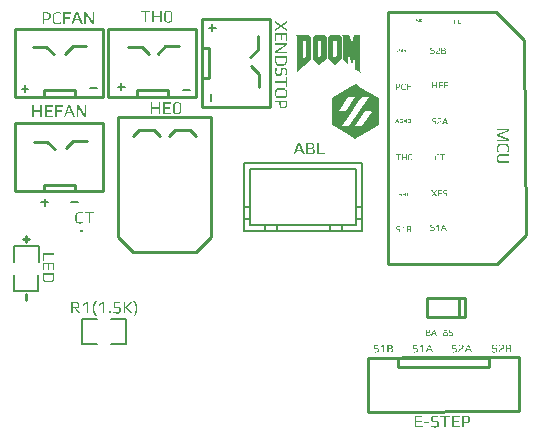
<source format=gto>
G04 Layer: TopSilkLayer*
G04 EasyEDA v6.4.17, 2021-03-23T22:33:39--7:00*
G04 3eccf9d388c645d68adeeb00d2133a67,debd25b7e7f645e7808fdd9718494454,10*
G04 Gerber Generator version 0.2*
G04 Scale: 100 percent, Rotated: No, Reflected: No *
G04 Dimensions in millimeters *
G04 leading zeros omitted , absolute positions ,4 integer and 5 decimal *
%FSLAX45Y45*%
%MOMM*%

%ADD10C,0.2540*%
%ADD22C,0.1999*%
%ADD23C,0.2000*%
%ADD25C,0.1524*%
%ADD26C,0.2500*%

%LPD*%
G36*
X8693759Y7540345D02*
G01*
X8692032Y7539736D01*
X8681466Y7534351D01*
X8662771Y7524191D01*
X8607907Y7493304D01*
X8492286Y7426858D01*
X8492286Y7313066D01*
X8552891Y7313066D01*
X8633104Y7434986D01*
X8692591Y7434986D01*
X8610650Y7310628D01*
X8566200Y7310729D01*
X8557361Y7311085D01*
X8553348Y7311847D01*
X8552891Y7313066D01*
X8492286Y7313066D01*
X8492337Y7194448D01*
X8506643Y7186218D01*
X8580272Y7186218D01*
X8637778Y7273137D01*
X8716975Y7393482D01*
X8744559Y7434986D01*
X8803741Y7434986D01*
X8640622Y7187234D01*
X8586307Y7186320D01*
X8691727Y7186320D01*
X8773617Y7310628D01*
X8818118Y7310526D01*
X8826957Y7310170D01*
X8830970Y7309408D01*
X8831427Y7308189D01*
X8751214Y7186320D01*
X8506643Y7186218D01*
X8614562Y7124141D01*
X8666581Y7094728D01*
X8683345Y7085533D01*
X8692134Y7081062D01*
X8698077Y7083958D01*
X8734806Y7104329D01*
X8793429Y7137755D01*
X8891981Y7194448D01*
X8891981Y7426858D01*
X8742273Y7512862D01*
G37*
G36*
X9600438Y8084820D02*
G01*
X9596577Y8083753D01*
X9594240Y8082076D01*
X9593376Y8080806D01*
X9592716Y8079079D01*
X9592360Y8077047D01*
X9592321Y8059420D01*
X9596882Y8059420D01*
X9596932Y8077504D01*
X9597288Y8079282D01*
X9597948Y8080451D01*
X9598964Y8081213D01*
X9600488Y8081619D01*
X9606229Y8081721D01*
X9608058Y8081518D01*
X9609226Y8080908D01*
X9610090Y8079994D01*
X9610648Y8078470D01*
X9610852Y8076438D01*
X9610801Y8058353D01*
X9610445Y8056727D01*
X9609683Y8055660D01*
X9608667Y8054898D01*
X9607245Y8054492D01*
X9601504Y8054390D01*
X9599676Y8054594D01*
X9598507Y8055254D01*
X9597644Y8056118D01*
X9597085Y8057438D01*
X9596882Y8059420D01*
X9592321Y8059420D01*
X9592513Y8057591D01*
X9593681Y8054492D01*
X9594596Y8053324D01*
X9595815Y8052612D01*
X9598863Y8051647D01*
X9602774Y8051292D01*
X9608820Y8051647D01*
X9611055Y8052308D01*
X9612325Y8052968D01*
X9613392Y8053882D01*
X9614255Y8055152D01*
X9615017Y8056778D01*
X9615373Y8058658D01*
X9615424Y8075930D01*
X9615220Y8078216D01*
X9614662Y8079994D01*
X9613849Y8081518D01*
X9611715Y8083397D01*
X9610344Y8084058D01*
X9605772Y8084769D01*
G37*
G36*
X9564624Y8084312D02*
G01*
X9564624Y8051800D01*
X9586976Y8051800D01*
X9586976Y8055102D01*
X9569450Y8055102D01*
X9569450Y8066786D01*
X9584690Y8066786D01*
X9584690Y8070342D01*
X9569450Y8070342D01*
X9569450Y8080756D01*
X9586468Y8080756D01*
X9586468Y8084312D01*
G37*
G36*
X9529318Y8084312D02*
G01*
X9529318Y8051800D01*
X9534144Y8051800D01*
X9534144Y8066786D01*
X9551416Y8066786D01*
X9551416Y8051800D01*
X9556242Y8051800D01*
X9556242Y8084312D01*
X9551416Y8084312D01*
X9551416Y8070342D01*
X9534144Y8070342D01*
X9534144Y8084312D01*
G37*
G36*
X9080500Y7246620D02*
G01*
X9078010Y7246518D01*
X9074505Y7245959D01*
X9069679Y7244384D01*
X9068612Y7243775D01*
X9067038Y7242048D01*
X9065920Y7239812D01*
X9065514Y7237222D01*
X9065564Y7220864D01*
X9066072Y7218984D01*
X9067088Y7217359D01*
X9068358Y7216089D01*
X9070594Y7214768D01*
X9074607Y7213650D01*
X9079382Y7213092D01*
X9083243Y7213193D01*
X9089237Y7213955D01*
X9092438Y7214616D01*
X9092438Y7232142D01*
X9080246Y7232142D01*
X9080246Y7228586D01*
X9087866Y7228586D01*
X9087866Y7217409D01*
X9084208Y7216648D01*
X9078823Y7216444D01*
X9074759Y7217156D01*
X9073184Y7217714D01*
X9071914Y7218578D01*
X9070898Y7219848D01*
X9070390Y7221220D01*
X9070340Y7237222D01*
X9071000Y7239863D01*
X9072880Y7241794D01*
X9076080Y7242962D01*
X9081719Y7243267D01*
X9087916Y7242657D01*
X9091676Y7242048D01*
X9091676Y7245858D01*
X9086342Y7246416D01*
G37*
G36*
X9135872Y7246112D02*
G01*
X9135872Y7242809D01*
X9149791Y7242809D01*
X9154261Y7242048D01*
X9155633Y7241387D01*
X9156801Y7240371D01*
X9157563Y7239101D01*
X9157919Y7237577D01*
X9157970Y7222490D01*
X9157360Y7220051D01*
X9155633Y7218273D01*
X9152686Y7217257D01*
X9148572Y7216902D01*
X9140698Y7216902D01*
X9140698Y7242809D01*
X9135872Y7242809D01*
X9135872Y7213600D01*
X9148826Y7213600D01*
X9154820Y7214158D01*
X9159087Y7215835D01*
X9161678Y7218578D01*
X9162542Y7222490D01*
X9162542Y7236714D01*
X9161678Y7240828D01*
X9159087Y7243775D01*
X9154820Y7245502D01*
X9148826Y7246112D01*
G37*
G36*
X9099804Y7246112D02*
G01*
X9099804Y7213600D01*
X9104122Y7213600D01*
X9104122Y7240778D01*
X9121648Y7213600D01*
X9127490Y7213600D01*
X9127490Y7246112D01*
X9123426Y7246112D01*
X9123426Y7219188D01*
X9105646Y7246112D01*
G37*
G36*
X9043416Y7246112D02*
G01*
X9035724Y7226808D01*
X9040114Y7226808D01*
X9045702Y7241540D01*
X9046210Y7241540D01*
X9051544Y7226808D01*
X9035724Y7226808D01*
X9030462Y7213600D01*
X9035288Y7213600D01*
X9038844Y7223506D01*
X9052814Y7223506D01*
X9056624Y7213600D01*
X9061450Y7213600D01*
X9049004Y7246112D01*
G37*
G36*
X9057640Y7843520D02*
G01*
X9052356Y7843266D01*
X9047226Y7842503D01*
X9047226Y7838948D01*
X9052610Y7839913D01*
X9056624Y7840218D01*
X9059621Y7839964D01*
X9060688Y7839659D01*
X9062110Y7838744D01*
X9062618Y7838084D01*
X9062974Y7836153D01*
X9062974Y7831836D01*
X9062770Y7830413D01*
X9062161Y7829245D01*
X9061094Y7828280D01*
X9050731Y7823352D01*
X9048038Y7821320D01*
X9046718Y7819491D01*
X9046006Y7817002D01*
X9045956Y7810500D01*
X9067800Y7810500D01*
X9067800Y7814056D01*
X9050528Y7814056D01*
X9050731Y7817510D01*
X9051340Y7818729D01*
X9052407Y7819796D01*
X9053830Y7820659D01*
X9064548Y7825587D01*
X9065869Y7826502D01*
X9066885Y7827670D01*
X9067495Y7828838D01*
X9067749Y7830210D01*
X9067800Y7836408D01*
X9067647Y7838186D01*
X9067241Y7839709D01*
X9066530Y7840980D01*
X9065514Y7841996D01*
X9064091Y7842656D01*
X9062262Y7843164D01*
G37*
G36*
X9101074Y7843012D02*
G01*
X9113774Y7810500D01*
X9119362Y7810500D01*
X9132316Y7843012D01*
X9127490Y7843012D01*
X9117076Y7815072D01*
X9116568Y7815072D01*
X9106154Y7843012D01*
G37*
G36*
X9088628Y7843012D02*
G01*
X9073896Y7821675D01*
X9073896Y7821168D01*
X9077960Y7821168D01*
X9090152Y7838948D01*
X9090152Y7821168D01*
X9073896Y7821168D01*
X9073896Y7817612D01*
X9090152Y7817612D01*
X9090152Y7810500D01*
X9094216Y7810500D01*
X9094216Y7817612D01*
X9097772Y7817612D01*
X9097772Y7821168D01*
X9094216Y7821168D01*
X9094216Y7843012D01*
G37*
G36*
X9073134Y6624320D02*
G01*
X9070644Y6624218D01*
X9067241Y6623659D01*
X9062516Y6622084D01*
X9060484Y6620662D01*
X9059672Y6619748D01*
X9058706Y6617512D01*
X9058402Y6614922D01*
X9058452Y6598564D01*
X9058960Y6596684D01*
X9059824Y6595059D01*
X9060992Y6593789D01*
X9062516Y6592874D01*
X9066377Y6591553D01*
X9072016Y6590792D01*
X9075978Y6590893D01*
X9082074Y6591655D01*
X9085326Y6592316D01*
X9085326Y6609842D01*
X9073134Y6609842D01*
X9073134Y6606286D01*
X9080754Y6606286D01*
X9080754Y6595109D01*
X9077045Y6594348D01*
X9071660Y6594144D01*
X9068308Y6594652D01*
X9065209Y6595821D01*
X9063990Y6596888D01*
X9063228Y6598208D01*
X9062974Y6599681D01*
X9062974Y6614922D01*
X9063634Y6617563D01*
X9065564Y6619494D01*
X9068816Y6620662D01*
X9074505Y6620967D01*
X9080652Y6620357D01*
X9084564Y6619748D01*
X9084564Y6623558D01*
X9079179Y6624116D01*
G37*
G36*
X9128760Y6623812D02*
G01*
X9128760Y6620509D01*
X9142577Y6620509D01*
X9147149Y6619748D01*
X9148419Y6619087D01*
X9149435Y6618071D01*
X9150197Y6616801D01*
X9150553Y6615277D01*
X9150604Y6600190D01*
X9150045Y6597751D01*
X9148318Y6595973D01*
X9145473Y6594957D01*
X9141460Y6594602D01*
X9133586Y6594602D01*
X9133586Y6620509D01*
X9128760Y6620509D01*
X9128760Y6591300D01*
X9141714Y6591300D01*
X9147606Y6591858D01*
X9151823Y6593535D01*
X9154312Y6596278D01*
X9155176Y6600190D01*
X9155176Y6614414D01*
X9154312Y6618528D01*
X9151823Y6621475D01*
X9147606Y6623202D01*
X9141714Y6623812D01*
G37*
G36*
X9092692Y6623812D02*
G01*
X9092692Y6591300D01*
X9096756Y6591300D01*
X9096756Y6618478D01*
X9114536Y6591300D01*
X9120378Y6591300D01*
X9120378Y6623812D01*
X9116060Y6623812D01*
X9116060Y6596888D01*
X9098534Y6623812D01*
G37*
G36*
X9102344Y7545831D02*
G01*
X9085986Y7542072D01*
X9080500Y7530846D01*
X9080500Y7506208D01*
X9085986Y7495743D01*
X9102344Y7492238D01*
X9109760Y7492593D01*
X9116822Y7493762D01*
X9116822Y7499603D01*
X9109506Y7498283D01*
X9102852Y7497825D01*
X9096298Y7498384D01*
X9091625Y7500061D01*
X9088780Y7502804D01*
X9087866Y7506716D01*
X9087866Y7531100D01*
X9088170Y7533792D01*
X9089034Y7535925D01*
X9090456Y7537602D01*
X9093606Y7539177D01*
X9095841Y7539837D01*
X9100870Y7540447D01*
X9105595Y7540345D01*
X9112707Y7539380D01*
X9116568Y7538466D01*
X9116568Y7544308D01*
X9109608Y7545476D01*
G37*
G36*
X9127236Y7544816D02*
G01*
X9127236Y7493000D01*
X9134856Y7493000D01*
X9134856Y7517130D01*
X9160256Y7517130D01*
X9160256Y7522464D01*
X9134856Y7522464D01*
X9134856Y7539481D01*
X9162796Y7539481D01*
X9162796Y7544816D01*
G37*
G36*
X9036304Y7544816D02*
G01*
X9036304Y7539990D01*
X9056370Y7539990D01*
X9059672Y7539228D01*
X9061653Y7538466D01*
X9062974Y7537196D01*
X9063736Y7535672D01*
X9063990Y7533640D01*
X9063990Y7524242D01*
X9063786Y7522362D01*
X9063228Y7520736D01*
X9062262Y7519416D01*
X9060942Y7518400D01*
X9059316Y7517638D01*
X9055354Y7516723D01*
X9044178Y7516622D01*
X9044178Y7539990D01*
X9036304Y7539990D01*
X9036304Y7493000D01*
X9044178Y7493000D01*
X9044178Y7511796D01*
X9056573Y7511948D01*
X9060586Y7512507D01*
X9063939Y7513370D01*
X9066784Y7514590D01*
X9068917Y7516215D01*
X9070390Y7518349D01*
X9071305Y7520940D01*
X9071610Y7523988D01*
X9071559Y7535976D01*
X9071051Y7538262D01*
X9070035Y7540193D01*
X9068765Y7541717D01*
X9067190Y7542885D01*
X9065056Y7543749D01*
X9059164Y7544816D01*
G37*
G36*
X9262364Y8097012D02*
G01*
X9262364Y8064500D01*
X9282938Y8064500D01*
X9282938Y8067802D01*
X9267190Y8067802D01*
X9267190Y8097012D01*
G37*
G36*
X9231630Y8097012D02*
G01*
X9231630Y8093709D01*
X9243314Y8093709D01*
X9245904Y8093506D01*
X9247632Y8092948D01*
X9248800Y8091931D01*
X9249156Y8090408D01*
X9249054Y8085632D01*
X9248800Y8084820D01*
X9247632Y8083550D01*
X9245904Y8082991D01*
X9243314Y8082788D01*
X9236456Y8082788D01*
X9236456Y8093709D01*
X9231630Y8093709D01*
X9231630Y8079740D01*
X9246108Y8079740D01*
X9249054Y8078876D01*
X9249664Y8078216D01*
X9250070Y8077250D01*
X9250070Y8070291D01*
X9249308Y8069021D01*
X9247784Y8068208D01*
X9245193Y8067852D01*
X9236456Y8067802D01*
X9236456Y8079740D01*
X9231630Y8079740D01*
X9231630Y8064500D01*
X9246412Y8064601D01*
X9248851Y8064855D01*
X9250832Y8065363D01*
X9252458Y8066024D01*
X9253575Y8066786D01*
X9254388Y8067852D01*
X9254845Y8069224D01*
X9254998Y8076438D01*
X9254591Y8078266D01*
X9253474Y8079740D01*
X9251492Y8081009D01*
X9249156Y8081772D01*
X9251137Y8082483D01*
X9252458Y8083550D01*
X9253220Y8084769D01*
X9253474Y8086344D01*
X9253423Y8091881D01*
X9253067Y8093557D01*
X9252254Y8094725D01*
X9250832Y8095589D01*
X9248546Y8096453D01*
X9245244Y8096961D01*
G37*
G36*
X9208516Y8097012D02*
G01*
X9200824Y8077708D01*
X9205214Y8077708D01*
X9210802Y8092440D01*
X9211310Y8092440D01*
X9216644Y8077708D01*
X9200824Y8077708D01*
X9195562Y8064500D01*
X9200388Y8064500D01*
X9203944Y8074406D01*
X9217914Y8074406D01*
X9221724Y8064500D01*
X9226550Y8064500D01*
X9214104Y8097012D01*
G37*
G36*
X9454388Y6644131D02*
G01*
X9447530Y6643827D01*
X9442196Y6642862D01*
X9440164Y6642049D01*
X9437014Y6640017D01*
X9435846Y6638798D01*
X9435084Y6637426D01*
X9434169Y6633972D01*
X9434068Y6627875D01*
X9434271Y6624777D01*
X9434830Y6622186D01*
X9435795Y6619951D01*
X9437116Y6618224D01*
X9439046Y6616903D01*
X9441484Y6615938D01*
X9444482Y6615379D01*
X9456369Y6615074D01*
X9458198Y6614871D01*
X9459671Y6614464D01*
X9461652Y6613144D01*
X9462262Y6612128D01*
X9462668Y6610858D01*
X9462770Y6602475D01*
X9462617Y6600850D01*
X9462058Y6599478D01*
X9461195Y6598412D01*
X9459976Y6597650D01*
X9456420Y6596684D01*
X9451340Y6596380D01*
X9443720Y6596837D01*
X9435084Y6598158D01*
X9435084Y6591808D01*
X9443618Y6590842D01*
X9450832Y6590538D01*
X9457080Y6590842D01*
X9462008Y6591808D01*
X9464040Y6592671D01*
X9465767Y6593738D01*
X9467189Y6594957D01*
X9468358Y6596380D01*
X9469272Y6598158D01*
X9469882Y6600190D01*
X9470288Y6602475D01*
X9470390Y6608825D01*
X9470085Y6612890D01*
X9469120Y6615938D01*
X9467392Y6618173D01*
X9466224Y6619036D01*
X9463125Y6620306D01*
X9458960Y6620916D01*
X9450324Y6621018D01*
X9446209Y6621322D01*
X9444634Y6621729D01*
X9443466Y6622288D01*
X9442602Y6622999D01*
X9441942Y6623913D01*
X9441535Y6625031D01*
X9441434Y6632194D01*
X9441586Y6633870D01*
X9442043Y6635242D01*
X9442856Y6636410D01*
X9443974Y6637274D01*
X9445548Y6637832D01*
X9447733Y6638239D01*
X9453880Y6638544D01*
X9459772Y6638239D01*
X9467850Y6637274D01*
X9467850Y6643116D01*
X9460433Y6643878D01*
G37*
G36*
X9389618Y6643116D02*
G01*
X9389618Y6591300D01*
X9425178Y6591300D01*
X9425178Y6596634D01*
X9397238Y6596634D01*
X9397238Y6615430D01*
X9421876Y6615430D01*
X9421876Y6620764D01*
X9397238Y6620764D01*
X9397238Y6637781D01*
X9424416Y6637781D01*
X9424416Y6643116D01*
G37*
G36*
X9336024Y6643116D02*
G01*
X9354312Y6617716D01*
X9335262Y6591300D01*
X9343898Y6591300D01*
X9358630Y6612381D01*
X9373362Y6591300D01*
X9382252Y6591300D01*
X9362948Y6617716D01*
X9381490Y6643116D01*
X9372600Y6643116D01*
X9358630Y6623050D01*
X9344914Y6643116D01*
G37*
G36*
X9386824Y6948931D02*
G01*
X9370415Y6945172D01*
X9364980Y6933946D01*
X9364980Y6909308D01*
X9370415Y6898843D01*
X9386824Y6895338D01*
X9394393Y6895693D01*
X9401302Y6896862D01*
X9401302Y6902703D01*
X9393986Y6901383D01*
X9387332Y6900925D01*
X9380778Y6901484D01*
X9376105Y6903161D01*
X9373260Y6905904D01*
X9372346Y6909816D01*
X9372346Y6934200D01*
X9372650Y6936892D01*
X9373565Y6939025D01*
X9375038Y6940702D01*
X9378188Y6942277D01*
X9380372Y6942937D01*
X9385503Y6943547D01*
X9390329Y6943445D01*
X9397339Y6942480D01*
X9401048Y6941566D01*
X9401048Y6947408D01*
X9394088Y6948576D01*
G37*
G36*
X9406890Y6947916D02*
G01*
X9406890Y6942581D01*
X9424416Y6942581D01*
X9424416Y6896100D01*
X9432290Y6896100D01*
X9432290Y6942581D01*
X9449816Y6942581D01*
X9449816Y6947916D01*
G37*
G36*
X9444228Y7557516D02*
G01*
X9444228Y7505700D01*
X9451848Y7505700D01*
X9451848Y7529830D01*
X9477248Y7529830D01*
X9477248Y7535164D01*
X9451848Y7535164D01*
X9451848Y7552181D01*
X9479788Y7552181D01*
X9479788Y7557516D01*
G37*
G36*
X9397746Y7557516D02*
G01*
X9397746Y7505700D01*
X9433560Y7505700D01*
X9433560Y7511034D01*
X9405620Y7511034D01*
X9405620Y7529830D01*
X9430004Y7529830D01*
X9430004Y7535164D01*
X9405620Y7535164D01*
X9405620Y7552181D01*
X9432544Y7552181D01*
X9432544Y7557516D01*
G37*
G36*
X9341104Y7557516D02*
G01*
X9341104Y7505700D01*
X9348978Y7505700D01*
X9348978Y7529830D01*
X9376664Y7529830D01*
X9376664Y7505700D01*
X9384284Y7505700D01*
X9384284Y7557516D01*
X9376664Y7557516D01*
X9376664Y7535164D01*
X9348978Y7535164D01*
X9348978Y7557516D01*
G37*
G36*
X9154922Y6948931D02*
G01*
X9150858Y6948678D01*
X9147048Y6948017D01*
X9144558Y6947255D01*
X9142526Y6946087D01*
X9140850Y6944512D01*
X9139478Y6942378D01*
X9138462Y6939686D01*
X9137954Y6936536D01*
X9137911Y6908292D01*
X9145270Y6908292D01*
X9145320Y6937146D01*
X9145828Y6939940D01*
X9146286Y6941058D01*
X9147606Y6942581D01*
X9149588Y6943598D01*
X9152382Y6944004D01*
X9160002Y6943953D01*
X9162796Y6943598D01*
X9164777Y6942581D01*
X9166098Y6941058D01*
X9167063Y6938670D01*
X9167368Y6935470D01*
X9167317Y6906615D01*
X9166809Y6903974D01*
X9165742Y6902145D01*
X9163964Y6901027D01*
X9161526Y6900316D01*
X9158376Y6899960D01*
X9154414Y6899960D01*
X9150959Y6900316D01*
X9148521Y6901027D01*
X9147606Y6901484D01*
X9146286Y6902958D01*
X9145524Y6905193D01*
X9145270Y6908292D01*
X9137911Y6908292D01*
X9138158Y6905294D01*
X9138920Y6902703D01*
X9140088Y6900265D01*
X9141460Y6898640D01*
X9143441Y6897370D01*
X9148165Y6895947D01*
X9152940Y6895388D01*
X9163050Y6895642D01*
X9165590Y6896150D01*
X9167977Y6897014D01*
X9170924Y6898640D01*
X9172295Y6900418D01*
X9173464Y6902703D01*
X9174226Y6905447D01*
X9174480Y6908546D01*
X9174429Y6936790D01*
X9173921Y6939940D01*
X9172905Y6942632D01*
X9171635Y6944664D01*
X9170009Y6946087D01*
X9167825Y6947255D01*
X9162948Y6948525D01*
X9157868Y6948931D01*
G37*
G36*
X9083294Y6947916D02*
G01*
X9083294Y6896100D01*
X9090914Y6896100D01*
X9090914Y6920230D01*
X9118600Y6920230D01*
X9118600Y6896100D01*
X9126220Y6896100D01*
X9126220Y6947916D01*
X9118600Y6947916D01*
X9118600Y6925564D01*
X9090914Y6925564D01*
X9090914Y6947916D01*
G37*
G36*
X9031732Y6947916D02*
G01*
X9031732Y6942581D01*
X9049258Y6942581D01*
X9049258Y6896100D01*
X9057132Y6896100D01*
X9057132Y6942581D01*
X9074658Y6942581D01*
X9074658Y6947916D01*
G37*
G36*
X9054846Y6339332D02*
G01*
X9047988Y6339027D01*
X9042654Y6338062D01*
X9040622Y6337249D01*
X9037472Y6335217D01*
X9036304Y6333998D01*
X9035542Y6332626D01*
X9034627Y6329172D01*
X9034526Y6323076D01*
X9034729Y6319977D01*
X9035288Y6317386D01*
X9036253Y6315151D01*
X9037574Y6313424D01*
X9039504Y6312103D01*
X9041942Y6311138D01*
X9044940Y6310579D01*
X9056827Y6310274D01*
X9058656Y6310071D01*
X9060129Y6309664D01*
X9061196Y6309106D01*
X9062059Y6308344D01*
X9062720Y6307328D01*
X9063228Y6304534D01*
X9063075Y6296050D01*
X9062516Y6294678D01*
X9061653Y6293612D01*
X9060434Y6292850D01*
X9058960Y6292291D01*
X9054642Y6291681D01*
X9048191Y6291681D01*
X9040063Y6292596D01*
X9035542Y6293358D01*
X9035542Y6287008D01*
X9044076Y6286042D01*
X9051290Y6285738D01*
X9057487Y6286042D01*
X9062466Y6287008D01*
X9064498Y6287871D01*
X9066225Y6288938D01*
X9067647Y6290157D01*
X9068816Y6291580D01*
X9069679Y6293358D01*
X9070340Y6295390D01*
X9070848Y6300216D01*
X9070746Y6306210D01*
X9070136Y6309715D01*
X9069578Y6311138D01*
X9067850Y6313373D01*
X9066682Y6314236D01*
X9063685Y6315506D01*
X9059519Y6316116D01*
X9050782Y6316218D01*
X9046667Y6316522D01*
X9045092Y6316929D01*
X9043924Y6317488D01*
X9043162Y6318199D01*
X9042603Y6319113D01*
X9042247Y6320231D01*
X9042146Y6327394D01*
X9042298Y6329070D01*
X9042704Y6330442D01*
X9043416Y6331610D01*
X9044432Y6332474D01*
X9046006Y6333032D01*
X9048191Y6333439D01*
X9054338Y6333744D01*
X9060230Y6333439D01*
X9068308Y6332474D01*
X9068308Y6338316D01*
X9060891Y6339078D01*
G37*
G36*
X9128252Y6338316D02*
G01*
X9128252Y6333236D01*
X9146794Y6333236D01*
X9151162Y6332982D01*
X9154160Y6332220D01*
X9155023Y6331458D01*
X9155684Y6330492D01*
X9156192Y6327902D01*
X9156039Y6320383D01*
X9155684Y6319113D01*
X9154160Y6317234D01*
X9152940Y6316573D01*
X9151366Y6316065D01*
X9147048Y6315710D01*
X9136126Y6315710D01*
X9136126Y6333236D01*
X9128252Y6333236D01*
X9128252Y6310884D01*
X9148775Y6310884D01*
X9152280Y6310579D01*
X9155480Y6309817D01*
X9156750Y6308953D01*
X9157665Y6307683D01*
X9158173Y6306007D01*
X9158224Y6297168D01*
X9158071Y6295847D01*
X9157614Y6294780D01*
X9156801Y6293815D01*
X9154312Y6292545D01*
X9152534Y6292138D01*
X9147556Y6291834D01*
X9136126Y6291834D01*
X9136126Y6310884D01*
X9128252Y6310884D01*
X9128252Y6286500D01*
X9152128Y6286652D01*
X9155988Y6287058D01*
X9159138Y6287770D01*
X9161526Y6288786D01*
X9163405Y6290157D01*
X9164777Y6291986D01*
X9165590Y6294221D01*
X9165844Y6296914D01*
X9165844Y6305550D01*
X9165691Y6307124D01*
X9165234Y6308598D01*
X9164421Y6309918D01*
X9163304Y6311138D01*
X9160306Y6312865D01*
X9156446Y6313932D01*
X9156446Y6314186D01*
X9159544Y6315202D01*
X9161780Y6316726D01*
X9163100Y6318808D01*
X9163456Y6320129D01*
X9163558Y6328664D01*
X9163253Y6331610D01*
X9162288Y6333744D01*
X9161526Y6334709D01*
X9159087Y6336385D01*
X9155379Y6337604D01*
X9150045Y6338214D01*
G37*
G36*
X9100820Y6338316D02*
G01*
X9085072Y6327394D01*
X9085072Y6320790D01*
X9100820Y6331204D01*
X9100820Y6286500D01*
X9107678Y6286500D01*
X9107678Y6338316D01*
G37*
G36*
X9346946Y6352032D02*
G01*
X9340088Y6351727D01*
X9334754Y6350762D01*
X9332722Y6349949D01*
X9329572Y6347917D01*
X9328404Y6346698D01*
X9327642Y6345326D01*
X9326727Y6341872D01*
X9326626Y6335776D01*
X9326829Y6332677D01*
X9327388Y6330086D01*
X9328353Y6327851D01*
X9329674Y6326124D01*
X9331604Y6324803D01*
X9334042Y6323838D01*
X9337040Y6323279D01*
X9348927Y6322974D01*
X9350756Y6322771D01*
X9352229Y6322364D01*
X9353296Y6321806D01*
X9354159Y6321044D01*
X9354820Y6320028D01*
X9355328Y6317234D01*
X9355175Y6308750D01*
X9354616Y6307378D01*
X9353753Y6306312D01*
X9352534Y6305550D01*
X9351060Y6304991D01*
X9346742Y6304381D01*
X9340291Y6304381D01*
X9332163Y6305296D01*
X9327642Y6306058D01*
X9327642Y6299708D01*
X9336176Y6298742D01*
X9343390Y6298438D01*
X9349587Y6298742D01*
X9354566Y6299708D01*
X9356598Y6300571D01*
X9358325Y6301638D01*
X9359747Y6302857D01*
X9360916Y6304280D01*
X9361779Y6306058D01*
X9362440Y6308090D01*
X9362948Y6312916D01*
X9362846Y6318910D01*
X9362236Y6322415D01*
X9361678Y6323838D01*
X9359950Y6326073D01*
X9358782Y6326936D01*
X9355785Y6328206D01*
X9351619Y6328816D01*
X9342882Y6328918D01*
X9338767Y6329222D01*
X9337192Y6329629D01*
X9336024Y6330188D01*
X9335262Y6330899D01*
X9334703Y6331813D01*
X9334347Y6332931D01*
X9334246Y6340094D01*
X9334398Y6341770D01*
X9334804Y6343142D01*
X9335516Y6344310D01*
X9336532Y6345174D01*
X9338106Y6345732D01*
X9340291Y6346139D01*
X9346438Y6346444D01*
X9352330Y6346139D01*
X9360408Y6345174D01*
X9360408Y6351016D01*
X9352991Y6351778D01*
G37*
G36*
X9435592Y6351016D02*
G01*
X9423388Y6320282D01*
X9430512Y6320282D01*
X9439148Y6343650D01*
X9439910Y6343650D01*
X9448800Y6320282D01*
X9423388Y6320282D01*
X9415018Y6299200D01*
X9422638Y6299200D01*
X9428480Y6314948D01*
X9450578Y6314948D01*
X9456674Y6299200D01*
X9464802Y6299200D01*
X9444482Y6351016D01*
G37*
G36*
X9392920Y6351016D02*
G01*
X9377172Y6340094D01*
X9377172Y6333490D01*
X9392920Y6343904D01*
X9392920Y6299200D01*
X9399778Y6299200D01*
X9399778Y6351016D01*
G37*
G36*
X9404350Y7253731D02*
G01*
X9395815Y7253376D01*
X9387586Y7252208D01*
X9387586Y7246620D01*
X9396222Y7247788D01*
X9402826Y7248144D01*
X9407601Y7247890D01*
X9410700Y7247128D01*
X9411716Y7246315D01*
X9412427Y7245197D01*
X9412833Y7243775D01*
X9412986Y7234936D01*
X9412681Y7232802D01*
X9411716Y7230922D01*
X9410141Y7229348D01*
X9407906Y7228078D01*
X9397898Y7223759D01*
X9390481Y7219594D01*
X9387992Y7217003D01*
X9386976Y7215327D01*
X9386214Y7213346D01*
X9385858Y7211314D01*
X9385808Y7200900D01*
X9420606Y7200900D01*
X9420606Y7206488D01*
X9393174Y7206488D01*
X9393174Y7210044D01*
X9393529Y7212177D01*
X9394494Y7214057D01*
X9396171Y7215631D01*
X9398508Y7216902D01*
X9412325Y7223353D01*
X9415373Y7225030D01*
X9417608Y7226553D01*
X9419132Y7228230D01*
X9420047Y7230160D01*
X9420555Y7232548D01*
X9420606Y7242302D01*
X9420352Y7245146D01*
X9419640Y7247585D01*
X9418472Y7249566D01*
X9416796Y7251192D01*
X9414611Y7252309D01*
X9411766Y7253071D01*
X9408363Y7253579D01*
G37*
G36*
X9359646Y7253731D02*
G01*
X9352788Y7253427D01*
X9347454Y7252462D01*
X9345422Y7251649D01*
X9342272Y7249617D01*
X9341104Y7248398D01*
X9340342Y7247026D01*
X9339427Y7243572D01*
X9339326Y7237475D01*
X9339529Y7234377D01*
X9340088Y7231786D01*
X9341053Y7229551D01*
X9342374Y7227824D01*
X9344304Y7226503D01*
X9346742Y7225538D01*
X9349740Y7224979D01*
X9361627Y7224674D01*
X9363456Y7224471D01*
X9364929Y7224064D01*
X9365996Y7223506D01*
X9366859Y7222744D01*
X9367520Y7221728D01*
X9368028Y7218934D01*
X9367875Y7210450D01*
X9367316Y7209078D01*
X9366453Y7208012D01*
X9365234Y7207250D01*
X9363760Y7206691D01*
X9359442Y7206081D01*
X9352991Y7206081D01*
X9344863Y7206996D01*
X9340342Y7207758D01*
X9340342Y7201408D01*
X9348876Y7200442D01*
X9356090Y7200138D01*
X9362287Y7200442D01*
X9367266Y7201408D01*
X9369298Y7202271D01*
X9371025Y7203338D01*
X9372447Y7204557D01*
X9373616Y7205980D01*
X9374479Y7207758D01*
X9375140Y7209790D01*
X9375648Y7214616D01*
X9375546Y7220610D01*
X9374936Y7224115D01*
X9374378Y7225538D01*
X9372650Y7227773D01*
X9371482Y7228636D01*
X9368485Y7229906D01*
X9364319Y7230516D01*
X9355582Y7230618D01*
X9351467Y7230922D01*
X9349892Y7231329D01*
X9348724Y7231888D01*
X9347962Y7232599D01*
X9347403Y7233513D01*
X9347047Y7234631D01*
X9346946Y7241794D01*
X9347098Y7243470D01*
X9347504Y7244842D01*
X9348216Y7246010D01*
X9349232Y7246874D01*
X9350806Y7247432D01*
X9352991Y7247839D01*
X9359138Y7248144D01*
X9365030Y7247839D01*
X9373108Y7246874D01*
X9373108Y7252716D01*
X9365691Y7253478D01*
G37*
G36*
X9448292Y7252716D02*
G01*
X9436088Y7221981D01*
X9443212Y7221981D01*
X9451848Y7245350D01*
X9452610Y7245350D01*
X9461500Y7221981D01*
X9436088Y7221981D01*
X9427718Y7200900D01*
X9435338Y7200900D01*
X9441180Y7216648D01*
X9463278Y7216648D01*
X9469374Y7200900D01*
X9477502Y7200900D01*
X9457182Y7252716D01*
G37*
G36*
X9391650Y7850631D02*
G01*
X9383115Y7850276D01*
X9374886Y7849108D01*
X9374886Y7843520D01*
X9383522Y7844688D01*
X9390126Y7845044D01*
X9394901Y7844790D01*
X9398000Y7844028D01*
X9399016Y7843215D01*
X9399727Y7842097D01*
X9400133Y7840675D01*
X9400286Y7831836D01*
X9399981Y7829702D01*
X9399016Y7827822D01*
X9397441Y7826248D01*
X9395206Y7824978D01*
X9385198Y7820659D01*
X9377781Y7816494D01*
X9375292Y7813903D01*
X9374276Y7812227D01*
X9373514Y7810246D01*
X9373158Y7808214D01*
X9373108Y7797800D01*
X9407906Y7797800D01*
X9407906Y7803388D01*
X9380474Y7803388D01*
X9380474Y7806944D01*
X9380829Y7809077D01*
X9381794Y7810957D01*
X9383471Y7812531D01*
X9385808Y7813802D01*
X9399625Y7820253D01*
X9402673Y7821930D01*
X9404908Y7823453D01*
X9406432Y7825130D01*
X9407347Y7827060D01*
X9407855Y7829448D01*
X9407906Y7839202D01*
X9407652Y7842046D01*
X9406940Y7844485D01*
X9405772Y7846466D01*
X9404096Y7848092D01*
X9401911Y7849209D01*
X9399066Y7849971D01*
X9395663Y7850479D01*
G37*
G36*
X9346946Y7850631D02*
G01*
X9340088Y7850327D01*
X9334754Y7849362D01*
X9332722Y7848549D01*
X9329572Y7846517D01*
X9328404Y7845298D01*
X9327642Y7843926D01*
X9326727Y7840472D01*
X9326626Y7834375D01*
X9326829Y7831277D01*
X9327388Y7828686D01*
X9328353Y7826451D01*
X9329674Y7824724D01*
X9331604Y7823403D01*
X9334042Y7822438D01*
X9337040Y7821879D01*
X9348927Y7821574D01*
X9350756Y7821371D01*
X9352229Y7820964D01*
X9353296Y7820406D01*
X9354159Y7819644D01*
X9354820Y7818628D01*
X9355328Y7815834D01*
X9355175Y7807350D01*
X9354616Y7805978D01*
X9353753Y7804912D01*
X9352534Y7804150D01*
X9351060Y7803591D01*
X9346742Y7802981D01*
X9340291Y7802981D01*
X9332163Y7803896D01*
X9327642Y7804658D01*
X9327642Y7798308D01*
X9336176Y7797342D01*
X9343390Y7797038D01*
X9349587Y7797342D01*
X9354566Y7798308D01*
X9356598Y7799171D01*
X9358325Y7800238D01*
X9359747Y7801457D01*
X9360916Y7802880D01*
X9361779Y7804658D01*
X9362440Y7806690D01*
X9362948Y7811516D01*
X9362846Y7817510D01*
X9362236Y7821015D01*
X9361678Y7822438D01*
X9359950Y7824673D01*
X9358782Y7825536D01*
X9355785Y7826806D01*
X9351619Y7827416D01*
X9342882Y7827518D01*
X9338767Y7827822D01*
X9337192Y7828229D01*
X9336024Y7828788D01*
X9335262Y7829499D01*
X9334703Y7830413D01*
X9334347Y7831531D01*
X9334246Y7838694D01*
X9334398Y7840370D01*
X9334804Y7841742D01*
X9335516Y7842910D01*
X9336532Y7843774D01*
X9338106Y7844332D01*
X9340291Y7844739D01*
X9346438Y7845044D01*
X9352330Y7844739D01*
X9360408Y7843774D01*
X9360408Y7849616D01*
X9352991Y7850378D01*
G37*
G36*
X9420352Y7849616D02*
G01*
X9420352Y7844536D01*
X9438894Y7844536D01*
X9443262Y7844281D01*
X9446260Y7843520D01*
X9447123Y7842758D01*
X9447784Y7841792D01*
X9448292Y7839202D01*
X9448139Y7831683D01*
X9447784Y7830413D01*
X9446260Y7828534D01*
X9445040Y7827873D01*
X9443466Y7827365D01*
X9439148Y7827009D01*
X9428226Y7827009D01*
X9428226Y7844536D01*
X9420352Y7844536D01*
X9420352Y7822184D01*
X9440875Y7822184D01*
X9444380Y7821879D01*
X9447580Y7821117D01*
X9448850Y7820253D01*
X9449765Y7818983D01*
X9450273Y7817307D01*
X9450324Y7808468D01*
X9450171Y7807147D01*
X9449714Y7806080D01*
X9448901Y7805115D01*
X9446412Y7803845D01*
X9444634Y7803438D01*
X9439656Y7803134D01*
X9428226Y7803134D01*
X9428226Y7822184D01*
X9420352Y7822184D01*
X9420352Y7797800D01*
X9444228Y7797952D01*
X9448088Y7798358D01*
X9451238Y7799070D01*
X9453626Y7800086D01*
X9455505Y7801457D01*
X9456877Y7803286D01*
X9457690Y7805521D01*
X9457944Y7808214D01*
X9457944Y7816850D01*
X9457791Y7818424D01*
X9457334Y7819898D01*
X9456521Y7821218D01*
X9455404Y7822438D01*
X9452406Y7824165D01*
X9448546Y7825231D01*
X9448546Y7825486D01*
X9451644Y7826502D01*
X9453880Y7828025D01*
X9455200Y7830108D01*
X9455556Y7831429D01*
X9455658Y7839964D01*
X9455353Y7842910D01*
X9454388Y7845044D01*
X9453626Y7846009D01*
X9451187Y7847685D01*
X9447479Y7848904D01*
X9442145Y7849514D01*
G37*
G36*
X8582152Y7956550D02*
G01*
X8589772Y7944866D01*
X8589772Y7746238D01*
X8586724Y7743698D01*
X8630158Y7711440D01*
X8630158Y7814564D01*
X8660130Y7707630D01*
X8689340Y7787386D01*
X8689340Y7680959D01*
X8682736Y7671816D01*
X8710168Y7651242D01*
X8736076Y7632192D01*
X8730742Y7656068D01*
X8730742Y7946898D01*
X8734044Y7956550D01*
X8682736Y7956550D01*
X8659622Y7893303D01*
X8634730Y7956550D01*
G37*
G36*
X8476742Y7956550D02*
G01*
X8459724Y7937246D01*
X8459724Y7908798D01*
X8532368Y7908798D01*
X8532368Y7784084D01*
X8505698Y7761224D01*
X8505698Y7908798D01*
X8459724Y7908798D01*
X8459724Y7751825D01*
X8515350Y7707375D01*
X8581136Y7755636D01*
X8581136Y7938516D01*
X8563356Y7956550D01*
G37*
G36*
X8346948Y7956550D02*
G01*
X8329675Y7937246D01*
X8329675Y7908798D01*
X8402320Y7908798D01*
X8402320Y7784084D01*
X8375650Y7761224D01*
X8375650Y7908798D01*
X8329675Y7908798D01*
X8329675Y7751825D01*
X8385302Y7707375D01*
X8451342Y7755636D01*
X8451342Y7938516D01*
X8433308Y7956550D01*
G37*
G36*
X8193024Y7957566D02*
G01*
X8200898Y7947659D01*
X8200898Y7910575D01*
X8271764Y7910575D01*
X8271764Y7776972D01*
X8245094Y7756398D01*
X8245094Y7910575D01*
X8200898Y7910575D01*
X8200898Y7654544D01*
X8197850Y7646924D01*
X8319770Y7744459D01*
X8319770Y7941309D01*
X8292592Y7957566D01*
G37*
G36*
X9893300Y7162800D02*
G01*
X9893300Y7149846D01*
X9975596Y7149846D01*
X9975596Y7149084D01*
X9893300Y7116825D01*
X9893300Y7103872D01*
X9975596Y7072375D01*
X9975596Y7071614D01*
X9893300Y7071614D01*
X9893300Y7058914D01*
X9990582Y7058914D01*
X9990582Y7079996D01*
X9909556Y7109459D01*
X9909556Y7109968D01*
X9990582Y7141209D01*
X9990582Y7162800D01*
G37*
G36*
X9918192Y7036816D02*
G01*
X9910114Y7035698D01*
X9903510Y7032294D01*
X9898380Y7026605D01*
X9894722Y7018629D01*
X9892487Y7008418D01*
X9891776Y6995922D01*
X9892487Y6981698D01*
X9894570Y6968490D01*
X9905746Y6968490D01*
X9903104Y6982358D01*
X9902190Y6994906D01*
X9903256Y7007148D01*
X9906406Y7015835D01*
X9911638Y7021118D01*
X9918954Y7022846D01*
X9964674Y7022846D01*
X9969652Y7022287D01*
X9973767Y7020661D01*
X9976916Y7017969D01*
X9979152Y7014209D01*
X9980676Y7009993D01*
X9981692Y7005574D01*
X9982200Y6995414D01*
X9981336Y6982815D01*
X9978644Y6968998D01*
X9989566Y6968998D01*
X9991648Y6982206D01*
X9992360Y6995922D01*
X9991598Y7008418D01*
X9989261Y7018629D01*
X9985400Y7026605D01*
X9979964Y7032294D01*
X9972954Y7035698D01*
X9964420Y7036816D01*
G37*
G36*
X9918192Y6949186D02*
G01*
X9914382Y6948982D01*
X9910876Y6948373D01*
X9907676Y6947306D01*
X9904730Y6945884D01*
X9902088Y6944055D01*
X9899853Y6941972D01*
X9897922Y6939483D01*
X9896348Y6936740D01*
X9894163Y6930898D01*
X9892792Y6925056D01*
X9892030Y6918655D01*
X9891776Y6911086D01*
X9892487Y6899452D01*
X9894722Y6889902D01*
X9898380Y6882536D01*
X9903510Y6877202D01*
X9910114Y6874052D01*
X9918192Y6872986D01*
X9990582Y6872986D01*
X9990582Y6886956D01*
X9918446Y6886956D01*
X9914229Y6887311D01*
X9910622Y6888480D01*
X9907727Y6890410D01*
X9905492Y6893052D01*
X9903714Y6896353D01*
X9902444Y6900418D01*
X9901682Y6905244D01*
X9901428Y6910831D01*
X9901682Y6916572D01*
X9902444Y6921500D01*
X9903714Y6925665D01*
X9905492Y6929120D01*
X9907727Y6931761D01*
X9910622Y6933692D01*
X9914229Y6934860D01*
X9918446Y6935216D01*
X9990582Y6935216D01*
X9990582Y6949186D01*
G37*
G36*
X7180935Y7388859D02*
G01*
X7175855Y7388707D01*
X7170826Y7388301D01*
X7166102Y7387285D01*
X7161530Y7385659D01*
X7157720Y7383475D01*
X7154621Y7380681D01*
X7153300Y7378852D01*
X7152081Y7376617D01*
X7150252Y7371486D01*
X7149592Y7368692D01*
X7149084Y7362444D01*
X7149120Y7312406D01*
X7162800Y7312406D01*
X7162901Y7366812D01*
X7163257Y7369708D01*
X7163816Y7372146D01*
X7164578Y7374128D01*
X7165746Y7375652D01*
X7167168Y7376922D01*
X7168896Y7377938D01*
X7170928Y7378700D01*
X7176211Y7379665D01*
X7183374Y7379970D01*
X7190536Y7379665D01*
X7195820Y7378700D01*
X7197852Y7377938D01*
X7199579Y7376922D01*
X7201001Y7375652D01*
X7202170Y7374128D01*
X7203084Y7372146D01*
X7203694Y7369708D01*
X7204100Y7366812D01*
X7204100Y7309408D01*
X7203694Y7306818D01*
X7203084Y7304582D01*
X7202170Y7302753D01*
X7201001Y7301230D01*
X7199579Y7299959D01*
X7197852Y7298944D01*
X7195820Y7298181D01*
X7190638Y7297420D01*
X7183628Y7297166D01*
X7176465Y7297420D01*
X7171181Y7298181D01*
X7169150Y7298944D01*
X7167422Y7299959D01*
X7166000Y7301230D01*
X7164831Y7302753D01*
X7163968Y7304582D01*
X7163308Y7306818D01*
X7162800Y7312406D01*
X7149120Y7312406D01*
X7149592Y7307072D01*
X7150252Y7304379D01*
X7152081Y7299706D01*
X7153198Y7297724D01*
X7155942Y7294625D01*
X7157466Y7293305D01*
X7161428Y7291273D01*
X7166051Y7289952D01*
X7170369Y7289088D01*
X7174738Y7288580D01*
X7180224Y7288326D01*
X7186320Y7288326D01*
X7195972Y7288987D01*
X7200747Y7289901D01*
X7205370Y7291374D01*
X7209180Y7293406D01*
X7210806Y7294625D01*
X7212279Y7296150D01*
X7214819Y7299959D01*
X7216800Y7304735D01*
X7217409Y7307376D01*
X7217918Y7313168D01*
X7217918Y7362444D01*
X7217409Y7369200D01*
X7216800Y7372045D01*
X7214819Y7377023D01*
X7212279Y7380833D01*
X7209180Y7383576D01*
X7207250Y7384745D01*
X7202678Y7386574D01*
X7198258Y7387640D01*
X7194042Y7388352D01*
X7189368Y7388758D01*
G37*
G36*
X7065518Y7387081D02*
G01*
X7065518Y7289800D01*
X7132574Y7289800D01*
X7132574Y7299959D01*
X7079996Y7299959D01*
X7079996Y7335012D01*
X7125970Y7335012D01*
X7125970Y7345172D01*
X7079996Y7345172D01*
X7079996Y7376922D01*
X7131050Y7376922D01*
X7131050Y7387081D01*
G37*
G36*
X6959600Y7387081D02*
G01*
X6959600Y7289800D01*
X6974078Y7289800D01*
X6974078Y7335012D01*
X7025894Y7335012D01*
X7025894Y7289800D01*
X7040372Y7289800D01*
X7040372Y7387081D01*
X7025894Y7387081D01*
X7025894Y7345172D01*
X6974078Y7345172D01*
X6974078Y7387081D01*
G37*
G36*
X7105497Y8163559D02*
G01*
X7100417Y8163407D01*
X7095388Y8163001D01*
X7090664Y8161985D01*
X7086092Y8160359D01*
X7082281Y8158175D01*
X7079183Y8155381D01*
X7077862Y8153552D01*
X7076643Y8151317D01*
X7074763Y8146186D01*
X7073747Y8140344D01*
X7073670Y8087106D01*
X7087362Y8087106D01*
X7087463Y8141512D01*
X7087819Y8144408D01*
X7088378Y8146846D01*
X7089140Y8148828D01*
X7090308Y8150352D01*
X7091730Y8151622D01*
X7093458Y8152638D01*
X7095490Y8153400D01*
X7100773Y8154365D01*
X7107936Y8154670D01*
X7115098Y8154365D01*
X7120381Y8153400D01*
X7122414Y8152638D01*
X7124141Y8151622D01*
X7125563Y8150352D01*
X7126731Y8148828D01*
X7127595Y8146846D01*
X7128256Y8144408D01*
X7128764Y8138159D01*
X7128662Y8084108D01*
X7128256Y8081518D01*
X7127595Y8079282D01*
X7126731Y8077453D01*
X7125563Y8075930D01*
X7124141Y8074659D01*
X7122414Y8073644D01*
X7120381Y8072881D01*
X7115200Y8072120D01*
X7108190Y8071866D01*
X7101027Y8072120D01*
X7095744Y8072881D01*
X7093712Y8073644D01*
X7091984Y8074659D01*
X7090562Y8075930D01*
X7089394Y8077453D01*
X7088479Y8079282D01*
X7087870Y8081518D01*
X7087463Y8084108D01*
X7087362Y8087106D01*
X7073670Y8087106D01*
X7073747Y8084718D01*
X7074763Y8079079D01*
X7076643Y8074406D01*
X7077760Y8072424D01*
X7080503Y8069325D01*
X7082028Y8068005D01*
X7085990Y8065973D01*
X7090613Y8064652D01*
X7094931Y8063788D01*
X7099300Y8063280D01*
X7104786Y8063026D01*
X7110831Y8063026D01*
X7120534Y8063687D01*
X7125360Y8064601D01*
X7129932Y8066074D01*
X7133742Y8068106D01*
X7135368Y8069325D01*
X7136841Y8070850D01*
X7139381Y8074659D01*
X7140448Y8076946D01*
X7141768Y8082076D01*
X7142124Y8084921D01*
X7142124Y8140649D01*
X7141768Y8143900D01*
X7141209Y8146745D01*
X7140448Y8149336D01*
X7139381Y8151723D01*
X7136841Y8155533D01*
X7133691Y8158276D01*
X7131812Y8159445D01*
X7127240Y8161274D01*
X7122820Y8162340D01*
X7118603Y8163052D01*
X7113930Y8163458D01*
G37*
G36*
X6971030Y8161781D02*
G01*
X6971030Y8064500D01*
X6985508Y8064500D01*
X6985508Y8109712D01*
X7037324Y8109712D01*
X7037324Y8064500D01*
X7051802Y8064500D01*
X7051802Y8161781D01*
X7037324Y8161781D01*
X7037324Y8119872D01*
X6985508Y8119872D01*
X6985508Y8161781D01*
G37*
G36*
X6874256Y8161781D02*
G01*
X6874256Y8151622D01*
X6907275Y8151622D01*
X6907275Y8064500D01*
X6922008Y8064500D01*
X6922008Y8151622D01*
X6954774Y8151622D01*
X6954774Y8161781D01*
G37*
G36*
X9454896Y5463032D02*
G01*
X9450222Y5462879D01*
X9446412Y5462320D01*
X9443364Y5461457D01*
X9441180Y5460238D01*
X9439859Y5458714D01*
X9438894Y5457190D01*
X9438335Y5455462D01*
X9438132Y5453380D01*
X9438186Y5444490D01*
X9445498Y5444490D01*
X9445498Y5453126D01*
X9446006Y5455564D01*
X9446615Y5456478D01*
X9447530Y5457190D01*
X9448850Y5457748D01*
X9452508Y5458358D01*
X9457232Y5458358D01*
X9459214Y5458155D01*
X9460788Y5457748D01*
X9463024Y5456478D01*
X9463735Y5455564D01*
X9464141Y5454446D01*
X9464294Y5453126D01*
X9464294Y5444490D01*
X9463786Y5441950D01*
X9463125Y5441035D01*
X9462262Y5440426D01*
X9459264Y5439664D01*
X9454896Y5439410D01*
X9450374Y5439664D01*
X9447530Y5440426D01*
X9446615Y5441086D01*
X9446006Y5441950D01*
X9445498Y5444490D01*
X9438186Y5444490D01*
X9438589Y5442508D01*
X9439910Y5440426D01*
X9442196Y5438902D01*
X9445498Y5437886D01*
X9445498Y5437632D01*
X9441688Y5436362D01*
X9440164Y5435549D01*
X9437776Y5433415D01*
X9436963Y5432094D01*
X9436506Y5430723D01*
X9436354Y5429250D01*
X9436378Y5419344D01*
X9444228Y5419344D01*
X9444228Y5428996D01*
X9444431Y5430824D01*
X9445091Y5432298D01*
X9446209Y5433364D01*
X9448647Y5434330D01*
X9450832Y5434838D01*
X9458960Y5434838D01*
X9462008Y5434076D01*
X9463582Y5433364D01*
X9464700Y5432298D01*
X9465360Y5430824D01*
X9465564Y5428996D01*
X9465564Y5419344D01*
X9465411Y5418023D01*
X9464954Y5416956D01*
X9464141Y5415991D01*
X9461652Y5414721D01*
X9459874Y5414314D01*
X9454896Y5414010D01*
X9449866Y5414314D01*
X9447987Y5414721D01*
X9446514Y5415280D01*
X9445498Y5415991D01*
X9444786Y5416956D01*
X9444380Y5418023D01*
X9444228Y5419344D01*
X9436378Y5419344D01*
X9436608Y5417007D01*
X9437420Y5414822D01*
X9438792Y5413095D01*
X9440672Y5411724D01*
X9443161Y5410708D01*
X9446412Y5409996D01*
X9450273Y5409590D01*
X9454896Y5409438D01*
X9459518Y5409590D01*
X9463430Y5409996D01*
X9466630Y5410708D01*
X9469120Y5411724D01*
X9470898Y5413095D01*
X9472168Y5414822D01*
X9472930Y5417007D01*
X9473184Y5419598D01*
X9473184Y5429250D01*
X9473031Y5430723D01*
X9472625Y5432094D01*
X9471914Y5433415D01*
X9470898Y5434584D01*
X9468002Y5436362D01*
X9464294Y5437632D01*
X9464294Y5437886D01*
X9467392Y5438902D01*
X9469628Y5440426D01*
X9470948Y5442508D01*
X9471304Y5443829D01*
X9471406Y5453380D01*
X9471202Y5455462D01*
X9470644Y5457190D01*
X9469831Y5458714D01*
X9468358Y5460238D01*
X9466173Y5461457D01*
X9463227Y5462320D01*
X9459468Y5462879D01*
G37*
G36*
X9486138Y5462016D02*
G01*
X9486138Y5435854D01*
X9505238Y5435752D01*
X9507220Y5435346D01*
X9508439Y5434685D01*
X9509302Y5433771D01*
X9509861Y5432552D01*
X9510014Y5431028D01*
X9510014Y5420614D01*
X9509861Y5419191D01*
X9509455Y5417921D01*
X9508744Y5416905D01*
X9507728Y5416042D01*
X9504781Y5415076D01*
X9500616Y5414772D01*
X9493554Y5415229D01*
X9485122Y5416550D01*
X9485122Y5410962D01*
X9493250Y5409844D01*
X9500362Y5409438D01*
X9506458Y5409590D01*
X9508845Y5410098D01*
X9513011Y5411724D01*
X9514687Y5412892D01*
X9516059Y5414568D01*
X9517075Y5416702D01*
X9517583Y5419242D01*
X9517634Y5432298D01*
X9517126Y5435295D01*
X9515602Y5437632D01*
X9513468Y5439156D01*
X9511030Y5440172D01*
X9508490Y5440730D01*
X9505442Y5440934D01*
X9493504Y5440934D01*
X9493504Y5456682D01*
X9516110Y5456682D01*
X9516110Y5462016D01*
G37*
G36*
X9386824Y5462016D02*
G01*
X9386824Y5456682D01*
X9404350Y5456682D01*
X9404350Y5410200D01*
X9412224Y5410200D01*
X9412224Y5456682D01*
X9429750Y5456682D01*
X9429750Y5462016D01*
G37*
G36*
X9354566Y5462016D02*
G01*
X9342362Y5431282D01*
X9349486Y5431282D01*
X9358376Y5454650D01*
X9358884Y5454650D01*
X9367774Y5431282D01*
X9342362Y5431282D01*
X9333992Y5410200D01*
X9341612Y5410200D01*
X9347454Y5425948D01*
X9369806Y5425948D01*
X9375648Y5410200D01*
X9383776Y5410200D01*
X9363456Y5462016D01*
G37*
G36*
X9290304Y5462016D02*
G01*
X9290304Y5456936D01*
X9309100Y5456936D01*
X9313265Y5456682D01*
X9316212Y5455920D01*
X9317075Y5455158D01*
X9317736Y5454192D01*
X9318244Y5451602D01*
X9318091Y5444083D01*
X9317736Y5442813D01*
X9316212Y5440934D01*
X9314992Y5440273D01*
X9313418Y5439765D01*
X9309100Y5439410D01*
X9298178Y5439410D01*
X9298178Y5456936D01*
X9290304Y5456936D01*
X9290304Y5434584D01*
X9310827Y5434584D01*
X9314332Y5434279D01*
X9317532Y5433517D01*
X9318802Y5432653D01*
X9319717Y5431383D01*
X9320225Y5429707D01*
X9320276Y5420868D01*
X9320123Y5419547D01*
X9319615Y5418480D01*
X9318853Y5417515D01*
X9316364Y5416245D01*
X9314586Y5415838D01*
X9309608Y5415534D01*
X9298178Y5415534D01*
X9298178Y5434584D01*
X9290304Y5434584D01*
X9290304Y5410200D01*
X9314180Y5410352D01*
X9318040Y5410758D01*
X9321190Y5411470D01*
X9323578Y5412486D01*
X9325457Y5413857D01*
X9326829Y5415686D01*
X9327642Y5417921D01*
X9327896Y5420614D01*
X9327896Y5429250D01*
X9327743Y5430824D01*
X9327286Y5432298D01*
X9326473Y5433618D01*
X9325356Y5434838D01*
X9322358Y5436565D01*
X9318498Y5437632D01*
X9318498Y5437886D01*
X9321596Y5438902D01*
X9323832Y5440426D01*
X9325152Y5442508D01*
X9325508Y5443829D01*
X9325610Y5452364D01*
X9325305Y5455310D01*
X9324340Y5457444D01*
X9323578Y5458409D01*
X9321139Y5460085D01*
X9317431Y5461304D01*
X9312249Y5461914D01*
G37*
G36*
X6045200Y6108700D02*
G01*
X6045200Y6046470D01*
X6055360Y6046470D01*
X6055360Y6094222D01*
X6142482Y6094222D01*
X6142482Y6108700D01*
G37*
G36*
X6045200Y6030722D02*
G01*
X6045200Y5963920D01*
X6055360Y5963920D01*
X6055360Y6016244D01*
X6090412Y6016244D01*
X6090412Y5970270D01*
X6100572Y5970270D01*
X6100572Y6016244D01*
X6132322Y6016244D01*
X6132322Y5965444D01*
X6142482Y5965444D01*
X6142482Y6030722D01*
G37*
G36*
X6045200Y5943854D02*
G01*
X6045200Y5929376D01*
X6132576Y5929376D01*
X6132525Y5902401D01*
X6132169Y5897321D01*
X6131407Y5892952D01*
X6129528Y5886704D01*
X6128512Y5884773D01*
X6127242Y5883097D01*
X6125718Y5881624D01*
X6123940Y5880354D01*
X6121958Y5879338D01*
X6119723Y5878626D01*
X6117386Y5878220D01*
X6114796Y5878068D01*
X6071870Y5878068D01*
X6064554Y5879795D01*
X6059322Y5885078D01*
X6056172Y5893765D01*
X6055106Y5906008D01*
X6055106Y5929376D01*
X6045200Y5929376D01*
X6045200Y5904992D01*
X6045911Y5892495D01*
X6048146Y5882284D01*
X6051804Y5874308D01*
X6056934Y5868619D01*
X6063538Y5865215D01*
X6071616Y5864098D01*
X6114542Y5864098D01*
X6123076Y5865215D01*
X6130086Y5868619D01*
X6135522Y5874308D01*
X6139383Y5882284D01*
X6141720Y5892495D01*
X6142482Y5904992D01*
X6142482Y5943854D01*
G37*
G36*
X6812788Y5702554D02*
G01*
X6822236Y5684621D01*
X6828790Y5669534D01*
X6832600Y5655818D01*
X6833870Y5642102D01*
X6832549Y5627878D01*
X6828536Y5613654D01*
X6822084Y5598515D01*
X6812788Y5581650D01*
X6824980Y5581650D01*
X6831634Y5592267D01*
X6837121Y5602681D01*
X6841388Y5612892D01*
X6844385Y5622848D01*
X6846214Y5632602D01*
X6846824Y5642102D01*
X6845503Y5657037D01*
X6841490Y5671312D01*
X6834682Y5686094D01*
X6824980Y5702554D01*
G37*
G36*
X6489192Y5702554D02*
G01*
X6479489Y5686094D01*
X6472682Y5671312D01*
X6468668Y5657037D01*
X6467348Y5642102D01*
X6467957Y5632602D01*
X6469786Y5622848D01*
X6472834Y5612892D01*
X6477050Y5602681D01*
X6482537Y5592267D01*
X6489192Y5581650D01*
X6501384Y5581650D01*
X6492240Y5598515D01*
X6485636Y5613654D01*
X6481826Y5627878D01*
X6480556Y5642102D01*
X6481826Y5656072D01*
X6485636Y5670042D01*
X6492138Y5685129D01*
X6501384Y5702554D01*
G37*
G36*
X6788658Y5697982D02*
G01*
X6745224Y5652516D01*
X6791706Y5600700D01*
X6810502Y5600700D01*
X6762242Y5653024D01*
X6806184Y5697982D01*
G37*
G36*
X6730238Y5697982D02*
G01*
X6730238Y5600700D01*
X6744716Y5600700D01*
X6744716Y5697982D01*
G37*
G36*
X6645909Y5697982D02*
G01*
X6645909Y5648960D01*
X6677914Y5648909D01*
X6682587Y5648350D01*
X6685025Y5647690D01*
X6687464Y5646521D01*
X6689191Y5644845D01*
X6690258Y5642610D01*
X6690614Y5639816D01*
X6690614Y5620258D01*
X6690359Y5617514D01*
X6689547Y5615178D01*
X6688175Y5613196D01*
X6686296Y5611622D01*
X6683857Y5610504D01*
X6680758Y5609742D01*
X6677101Y5609234D01*
X6672834Y5609082D01*
X6659676Y5609945D01*
X6643624Y5612638D01*
X6643624Y5601970D01*
X6659067Y5599887D01*
X6674358Y5599176D01*
X6683908Y5599633D01*
X6688175Y5600547D01*
X6692544Y5601868D01*
X6696202Y5603544D01*
X6697725Y5604510D01*
X6700520Y5607253D01*
X6701739Y5608929D01*
X6702806Y5610860D01*
X6704126Y5615178D01*
X6704482Y5617514D01*
X6704584Y5642356D01*
X6704330Y5645150D01*
X6703618Y5647690D01*
X6702450Y5649976D01*
X6700774Y5652008D01*
X6698945Y5653633D01*
X6696964Y5655005D01*
X6694881Y5656072D01*
X6690258Y5657494D01*
X6687718Y5658002D01*
X6681978Y5658358D01*
X6659372Y5658358D01*
X6659372Y5687822D01*
X6702044Y5687822D01*
X6702044Y5697982D01*
G37*
G36*
X6553200Y5697982D02*
G01*
X6523481Y5677408D01*
X6523481Y5665216D01*
X6553200Y5684520D01*
X6553200Y5600700D01*
X6566153Y5600700D01*
X6566153Y5697982D01*
G37*
G36*
X6416548Y5697982D02*
G01*
X6386830Y5677408D01*
X6386830Y5665216D01*
X6416548Y5684520D01*
X6416548Y5600700D01*
X6429502Y5600700D01*
X6429502Y5697982D01*
G37*
G36*
X6286500Y5697982D02*
G01*
X6286500Y5688330D01*
X6321298Y5688330D01*
X6335572Y5685586D01*
X6340348Y5677408D01*
X6340348Y5663946D01*
X6340043Y5660796D01*
X6339128Y5658154D01*
X6337655Y5656072D01*
X6335522Y5654548D01*
X6332728Y5653328D01*
X6329222Y5652465D01*
X6325006Y5651906D01*
X6300978Y5651754D01*
X6300978Y5688330D01*
X6286500Y5688330D01*
X6286500Y5600700D01*
X6300978Y5600700D01*
X6300978Y5642356D01*
X6314948Y5642356D01*
X6342888Y5600700D01*
X6360922Y5600700D01*
X6329680Y5644134D01*
X6334912Y5644438D01*
X6339636Y5645302D01*
X6343904Y5646724D01*
X6347714Y5648706D01*
X6350812Y5651347D01*
X6353048Y5654497D01*
X6354368Y5658104D01*
X6354826Y5662168D01*
X6354826Y5678932D01*
X6354622Y5682640D01*
X6354013Y5685840D01*
X6352946Y5688584D01*
X6351524Y5690870D01*
X6349542Y5692749D01*
X6347104Y5694324D01*
X6344208Y5695543D01*
X6340856Y5696458D01*
X6332118Y5697626D01*
X6320536Y5697982D01*
G37*
G36*
X6602730Y5616956D02*
G01*
X6602730Y5600700D01*
X6620256Y5600700D01*
X6620256Y5616956D01*
G37*
G36*
X6362446Y6461760D02*
G01*
X6349949Y6460998D01*
X6339738Y6458661D01*
X6331762Y6454800D01*
X6326073Y6449364D01*
X6322669Y6442354D01*
X6321552Y6433820D01*
X6321552Y6387592D01*
X6322669Y6379514D01*
X6326073Y6372910D01*
X6331762Y6367780D01*
X6339738Y6364122D01*
X6349949Y6361887D01*
X6362446Y6361176D01*
X6376466Y6361887D01*
X6389624Y6363970D01*
X6389624Y6375146D01*
X6375958Y6372453D01*
X6363462Y6371590D01*
X6351219Y6372656D01*
X6342481Y6375755D01*
X6337249Y6381038D01*
X6335522Y6388354D01*
X6335522Y6434074D01*
X6336080Y6439052D01*
X6337706Y6443167D01*
X6340398Y6446316D01*
X6344158Y6448552D01*
X6348272Y6450076D01*
X6352540Y6451092D01*
X6362700Y6451600D01*
X6375247Y6450736D01*
X6389116Y6448044D01*
X6389116Y6458966D01*
X6376111Y6461048D01*
G37*
G36*
X6400038Y6459982D02*
G01*
X6400038Y6449822D01*
X6433058Y6449822D01*
X6433058Y6362700D01*
X6447790Y6362700D01*
X6447790Y6449822D01*
X6480556Y6449822D01*
X6480556Y6459982D01*
G37*
G36*
X6330950Y7361681D02*
G01*
X6330950Y7264400D01*
X6343904Y7264400D01*
X6343904Y7346188D01*
X6396736Y7264400D01*
X6414262Y7264400D01*
X6414262Y7361681D01*
X6401562Y7361681D01*
X6401562Y7281418D01*
X6348476Y7361681D01*
G37*
G36*
X6261608Y7361681D02*
G01*
X6238725Y7304024D01*
X6251956Y7304024D01*
X6268466Y7347966D01*
X6269736Y7347966D01*
X6286246Y7304024D01*
X6238725Y7304024D01*
X6223000Y7264400D01*
X6237224Y7264400D01*
X6248146Y7293864D01*
X6290056Y7293864D01*
X6300978Y7264400D01*
X6316218Y7264400D01*
X6278372Y7361681D01*
G37*
G36*
X6149340Y7361681D02*
G01*
X6149340Y7264400D01*
X6163818Y7264400D01*
X6163818Y7309612D01*
X6211316Y7309612D01*
X6211316Y7319772D01*
X6163818Y7319772D01*
X6163818Y7351522D01*
X6216142Y7351522D01*
X6216142Y7361681D01*
G37*
G36*
X6062218Y7361681D02*
G01*
X6062218Y7264400D01*
X6129274Y7264400D01*
X6129274Y7274559D01*
X6076696Y7274559D01*
X6076696Y7309612D01*
X6122670Y7309612D01*
X6122670Y7319772D01*
X6076696Y7319772D01*
X6076696Y7351522D01*
X6127750Y7351522D01*
X6127750Y7361681D01*
G37*
G36*
X5956300Y7361681D02*
G01*
X5956300Y7264400D01*
X5970778Y7264400D01*
X5970778Y7309612D01*
X6022594Y7309612D01*
X6022594Y7264400D01*
X6037072Y7264400D01*
X6037072Y7361681D01*
X6022594Y7361681D01*
X6022594Y7319772D01*
X5970778Y7319772D01*
X5970778Y7361681D01*
G37*
G36*
X6168644Y8150859D02*
G01*
X6156045Y8150098D01*
X6145784Y8147761D01*
X6137757Y8143900D01*
X6132068Y8138464D01*
X6128613Y8131454D01*
X6127496Y8122920D01*
X6127496Y8076692D01*
X6128613Y8068614D01*
X6132068Y8062010D01*
X6137808Y8056880D01*
X6145784Y8053222D01*
X6156045Y8050987D01*
X6168644Y8050275D01*
X6182664Y8050987D01*
X6195822Y8053070D01*
X6195822Y8064246D01*
X6182004Y8061553D01*
X6169406Y8060690D01*
X6157163Y8061756D01*
X6148425Y8064855D01*
X6143193Y8070138D01*
X6141466Y8077453D01*
X6141466Y8123174D01*
X6142024Y8128152D01*
X6143701Y8132267D01*
X6146444Y8135416D01*
X6150356Y8137652D01*
X6154470Y8139175D01*
X6158738Y8140192D01*
X6168898Y8140700D01*
X6181445Y8139836D01*
X6195314Y8137144D01*
X6195314Y8148066D01*
X6182309Y8150148D01*
G37*
G36*
X6396990Y8149081D02*
G01*
X6396990Y8051800D01*
X6409690Y8051800D01*
X6409690Y8133588D01*
X6462776Y8051800D01*
X6480302Y8051800D01*
X6480302Y8149081D01*
X6467602Y8149081D01*
X6467602Y8068818D01*
X6414516Y8149081D01*
G37*
G36*
X6327648Y8149081D02*
G01*
X6304614Y8091424D01*
X6317996Y8091424D01*
X6334506Y8135366D01*
X6335776Y8135366D01*
X6352286Y8091424D01*
X6304614Y8091424D01*
X6288786Y8051800D01*
X6303264Y8051800D01*
X6314186Y8081264D01*
X6355842Y8081264D01*
X6367018Y8051800D01*
X6382258Y8051800D01*
X6344412Y8149081D01*
G37*
G36*
X6215126Y8149081D02*
G01*
X6215126Y8051800D01*
X6229858Y8051800D01*
X6229858Y8097012D01*
X6277102Y8097012D01*
X6277102Y8107172D01*
X6229858Y8107172D01*
X6229858Y8138922D01*
X6282182Y8138922D01*
X6282182Y8149081D01*
G37*
G36*
X6045200Y8149081D02*
G01*
X6045200Y8139938D01*
X6077864Y8139938D01*
X6083909Y8139531D01*
X6087059Y8138871D01*
X6090716Y8137804D01*
X6092342Y8137042D01*
X6094984Y8134858D01*
X6096508Y8131962D01*
X6097016Y8128253D01*
X6097016Y8110474D01*
X6096660Y8106918D01*
X6095542Y8103920D01*
X6093714Y8101482D01*
X6091174Y8099552D01*
X6088126Y8097977D01*
X6084620Y8096859D01*
X6080658Y8096199D01*
X6076188Y8095996D01*
X6059424Y8095996D01*
X6059424Y8139938D01*
X6045200Y8139938D01*
X6045200Y8051800D01*
X6059678Y8051800D01*
X6059678Y8086852D01*
X6074156Y8086852D01*
X6090208Y8088172D01*
X6101842Y8092186D01*
X6105956Y8095284D01*
X6108903Y8099247D01*
X6110630Y8104022D01*
X6111240Y8109712D01*
X6111138Y8132470D01*
X6110122Y8136788D01*
X6108141Y8140344D01*
X6105753Y8143138D01*
X6102756Y8145322D01*
X6100876Y8146237D01*
X6096508Y8147558D01*
X6092088Y8148370D01*
X6087872Y8148828D01*
X6082995Y8149031D01*
G37*
G36*
X8013700Y8075930D02*
G01*
X8013700Y8059420D01*
X8053324Y8031988D01*
X8013700Y8004556D01*
X8013700Y7987792D01*
X8063230Y8023606D01*
X8110981Y7989316D01*
X8110981Y8005825D01*
X8073390Y8031988D01*
X8110981Y8057896D01*
X8110981Y8074406D01*
X8063230Y8040116D01*
G37*
G36*
X8013700Y7974075D02*
G01*
X8013700Y7907020D01*
X8023859Y7907020D01*
X8023859Y7959344D01*
X8058912Y7959344D01*
X8058912Y7913624D01*
X8069072Y7913624D01*
X8069072Y7959344D01*
X8100822Y7959344D01*
X8100822Y7908544D01*
X8110981Y7908544D01*
X8110981Y7974075D01*
G37*
G36*
X8013700Y7886953D02*
G01*
X8013700Y7874253D01*
X8095488Y7874253D01*
X8013700Y7821422D01*
X8013700Y7803642D01*
X8110981Y7803642D01*
X8110981Y7816596D01*
X8030718Y7816596D01*
X8110981Y7869428D01*
X8110981Y7886953D01*
G37*
G36*
X8013700Y7778496D02*
G01*
X8013700Y7764018D01*
X8101075Y7764018D01*
X8101025Y7737043D01*
X8100669Y7731963D01*
X8099907Y7727594D01*
X8098028Y7721346D01*
X8097012Y7719415D01*
X8095742Y7717739D01*
X8094218Y7716266D01*
X8092440Y7714996D01*
X8090458Y7714081D01*
X8085886Y7713065D01*
X8040370Y7712964D01*
X8033054Y7714691D01*
X8027822Y7719872D01*
X8024672Y7728559D01*
X8023606Y7740650D01*
X8023606Y7764018D01*
X8013700Y7764018D01*
X8013700Y7739634D01*
X8014411Y7727238D01*
X8016646Y7717078D01*
X8020303Y7709153D01*
X8025434Y7703515D01*
X8032038Y7700111D01*
X8040116Y7698994D01*
X8083042Y7698994D01*
X8091576Y7700111D01*
X8098586Y7703515D01*
X8104022Y7709204D01*
X8107883Y7717180D01*
X8110220Y7727391D01*
X8110981Y7739888D01*
X8110981Y7778496D01*
G37*
G36*
X8082025Y7680198D02*
G01*
X8076438Y7679842D01*
X8071662Y7678724D01*
X8067700Y7676896D01*
X8064500Y7674356D01*
X8061959Y7670800D01*
X8060131Y7666228D01*
X8059013Y7660640D01*
X8058658Y7654036D01*
X8058505Y7638491D01*
X8058048Y7635036D01*
X8057235Y7632293D01*
X8056118Y7630159D01*
X8054594Y7628483D01*
X8052612Y7627315D01*
X8050174Y7626603D01*
X8047228Y7626350D01*
X8034781Y7626350D01*
X8031632Y7626654D01*
X8028990Y7627620D01*
X8026908Y7629194D01*
X8025384Y7631430D01*
X8024368Y7634427D01*
X8023656Y7638186D01*
X8023250Y7642555D01*
X8023098Y7647686D01*
X8023961Y7661960D01*
X8026653Y7678420D01*
X8014716Y7678420D01*
X8012836Y7662367D01*
X8012175Y7648702D01*
X8012328Y7642555D01*
X8012785Y7637018D01*
X8013598Y7632141D01*
X8014716Y7627874D01*
X8016189Y7624064D01*
X8018170Y7620812D01*
X8020507Y7618120D01*
X8023352Y7615936D01*
X8026552Y7614259D01*
X8030311Y7613091D01*
X8034680Y7612380D01*
X8039608Y7612125D01*
X8050580Y7612278D01*
X8054086Y7612684D01*
X8057184Y7613396D01*
X8059928Y7614412D01*
X8062163Y7615885D01*
X8064144Y7617714D01*
X8065719Y7619949D01*
X8067040Y7622540D01*
X8068157Y7625588D01*
X8068919Y7629194D01*
X8069427Y7633360D01*
X8069732Y7654086D01*
X8070138Y7657541D01*
X8070850Y7660284D01*
X8071866Y7662418D01*
X8073186Y7664094D01*
X8074863Y7665262D01*
X8076844Y7665974D01*
X8079231Y7666228D01*
X8090408Y7666228D01*
X8093456Y7665923D01*
X8096046Y7665110D01*
X8098180Y7663637D01*
X8099806Y7661656D01*
X8101025Y7658760D01*
X8101888Y7654747D01*
X8102447Y7649514D01*
X8102600Y7643114D01*
X8101990Y7632141D01*
X8100059Y7616952D01*
X8110981Y7616952D01*
X8112150Y7630871D01*
X8112506Y7642098D01*
X8112353Y7648956D01*
X8111947Y7655052D01*
X8111236Y7660386D01*
X8110220Y7664958D01*
X8108797Y7668869D01*
X8107121Y7672120D01*
X8105140Y7674813D01*
X8102853Y7676896D01*
X8100161Y7678318D01*
X8097062Y7679385D01*
X8093659Y7679994D01*
X8089900Y7680198D01*
G37*
G36*
X8100822Y7600442D02*
G01*
X8100822Y7567422D01*
X8013700Y7567422D01*
X8013700Y7552690D01*
X8100822Y7552690D01*
X8100822Y7519924D01*
X8110981Y7519924D01*
X8110981Y7600442D01*
G37*
G36*
X8038592Y7506208D02*
G01*
X8030514Y7505090D01*
X8023910Y7501686D01*
X8018780Y7496048D01*
X8015122Y7488123D01*
X8012887Y7477963D01*
X8012199Y7465314D01*
X8021828Y7465314D01*
X8022894Y7477099D01*
X8026095Y7485481D01*
X8031378Y7490561D01*
X8038846Y7492238D01*
X8085074Y7492238D01*
X8089646Y7491831D01*
X8093506Y7490510D01*
X8096656Y7488377D01*
X8099044Y7485380D01*
X8100822Y7481570D01*
X8102092Y7476947D01*
X8102853Y7471511D01*
X8103108Y7465314D01*
X8101990Y7453528D01*
X8098586Y7445095D01*
X8092948Y7440066D01*
X8085074Y7438390D01*
X8038846Y7438390D01*
X8031378Y7440066D01*
X8026095Y7445146D01*
X8022894Y7453528D01*
X8021828Y7465314D01*
X8012199Y7465314D01*
X8013700Y7448803D01*
X8018272Y7435596D01*
X8026552Y7427010D01*
X8038592Y7424166D01*
X8084820Y7424166D01*
X8093303Y7425334D01*
X8100212Y7428788D01*
X8105597Y7434529D01*
X8109407Y7442555D01*
X8111744Y7452918D01*
X8112506Y7465568D01*
X8111744Y7477963D01*
X8109407Y7488123D01*
X8105495Y7496048D01*
X8100110Y7501686D01*
X8093100Y7505090D01*
X8084566Y7506208D01*
G37*
G36*
X8013700Y7401814D02*
G01*
X8013700Y7387336D01*
X8101838Y7387336D01*
X8101787Y7367219D01*
X8101584Y7364222D01*
X8100314Y7357872D01*
X8099704Y7356094D01*
X8097926Y7353147D01*
X8095386Y7351014D01*
X8093862Y7350302D01*
X8092084Y7349896D01*
X8090153Y7349744D01*
X8072374Y7349744D01*
X8068818Y7350099D01*
X8065820Y7351217D01*
X8063382Y7353046D01*
X8061452Y7355586D01*
X8059877Y7358634D01*
X8058759Y7362190D01*
X8058099Y7366253D01*
X8057896Y7370825D01*
X8057896Y7387336D01*
X8013700Y7387336D01*
X8013700Y7387081D01*
X8048752Y7387081D01*
X8048752Y7372603D01*
X8050072Y7356551D01*
X8054086Y7344918D01*
X8057184Y7340803D01*
X8061147Y7337856D01*
X8065922Y7336129D01*
X8071612Y7335520D01*
X8091931Y7335520D01*
X8096605Y7336028D01*
X8098688Y7336688D01*
X8100568Y7337552D01*
X8103768Y7339838D01*
X8107222Y7344156D01*
X8108137Y7345934D01*
X8109458Y7350252D01*
X8110270Y7354773D01*
X8110728Y7359142D01*
X8110931Y7363917D01*
X8110981Y7401814D01*
G37*
G36*
X9370060Y4734306D02*
G01*
X9363202Y4734153D01*
X9357106Y4733747D01*
X9351772Y4733036D01*
X9347200Y4732020D01*
X9343288Y4730597D01*
X9340037Y4728921D01*
X9337344Y4726940D01*
X9335262Y4724654D01*
X9333687Y4721961D01*
X9332620Y4718862D01*
X9331909Y4715459D01*
X9331706Y4711700D01*
X9331706Y4703826D01*
X9332112Y4698238D01*
X9333230Y4693462D01*
X9335160Y4689500D01*
X9337802Y4686300D01*
X9341358Y4683760D01*
X9345930Y4681931D01*
X9351518Y4680813D01*
X9358122Y4680458D01*
X9373666Y4680305D01*
X9377121Y4679797D01*
X9379864Y4679035D01*
X9381998Y4677918D01*
X9383572Y4676394D01*
X9384690Y4674412D01*
X9385350Y4671974D01*
X9385554Y4669028D01*
X9385554Y4656582D01*
X9385249Y4653432D01*
X9384284Y4650790D01*
X9382709Y4648708D01*
X9380474Y4647184D01*
X9377578Y4646168D01*
X9373920Y4645456D01*
X9369552Y4645050D01*
X9364472Y4644898D01*
X9350197Y4645761D01*
X9333738Y4648454D01*
X9333738Y4636516D01*
X9349790Y4634636D01*
X9363456Y4633976D01*
X9369602Y4634128D01*
X9375140Y4634636D01*
X9380016Y4635398D01*
X9384284Y4636516D01*
X9387941Y4637989D01*
X9391142Y4639970D01*
X9393834Y4642307D01*
X9395968Y4645152D01*
X9397644Y4648352D01*
X9398812Y4652111D01*
X9399524Y4656480D01*
X9399778Y4661408D01*
X9399625Y4672380D01*
X9399219Y4675886D01*
X9398508Y4678984D01*
X9397492Y4681728D01*
X9396120Y4683963D01*
X9394393Y4685944D01*
X9392208Y4687519D01*
X9389618Y4688840D01*
X9386519Y4689957D01*
X9382912Y4690719D01*
X9378645Y4691227D01*
X9358071Y4691532D01*
X9354566Y4691938D01*
X9351721Y4692650D01*
X9349486Y4693666D01*
X9347911Y4694986D01*
X9346793Y4696663D01*
X9346133Y4698644D01*
X9345930Y4701032D01*
X9345930Y4712208D01*
X9346234Y4715256D01*
X9347047Y4717846D01*
X9348520Y4719980D01*
X9350502Y4721606D01*
X9353397Y4722825D01*
X9357410Y4723688D01*
X9362643Y4724247D01*
X9369044Y4724400D01*
X9380016Y4723739D01*
X9395206Y4721860D01*
X9395206Y4732782D01*
X9381185Y4733950D01*
G37*
G36*
X9595612Y4732782D02*
G01*
X9595612Y4723638D01*
X9628276Y4723638D01*
X9634321Y4723231D01*
X9637471Y4722571D01*
X9641128Y4721504D01*
X9642754Y4720742D01*
X9645396Y4718558D01*
X9646920Y4715662D01*
X9647428Y4711954D01*
X9647428Y4694174D01*
X9647072Y4690618D01*
X9645954Y4687620D01*
X9644126Y4685182D01*
X9641586Y4683252D01*
X9638538Y4681677D01*
X9635032Y4680559D01*
X9631070Y4679899D01*
X9626600Y4679696D01*
X9609836Y4679696D01*
X9609836Y4723638D01*
X9595612Y4723638D01*
X9595612Y4635500D01*
X9610090Y4635500D01*
X9610090Y4670552D01*
X9624568Y4670552D01*
X9640620Y4671872D01*
X9652254Y4675886D01*
X9656368Y4678984D01*
X9659315Y4682947D01*
X9661042Y4687722D01*
X9661652Y4693412D01*
X9661550Y4716170D01*
X9660534Y4720488D01*
X9658553Y4724044D01*
X9656165Y4726838D01*
X9653168Y4729022D01*
X9651288Y4729937D01*
X9646920Y4731258D01*
X9642500Y4732070D01*
X9638284Y4732528D01*
X9633407Y4732731D01*
G37*
G36*
X9508490Y4732782D02*
G01*
X9508490Y4635500D01*
X9575292Y4635500D01*
X9575292Y4645660D01*
X9522968Y4645660D01*
X9522968Y4680712D01*
X9568942Y4680712D01*
X9568942Y4690872D01*
X9522968Y4690872D01*
X9522968Y4722622D01*
X9574022Y4722622D01*
X9574022Y4732782D01*
G37*
G36*
X9411716Y4732782D02*
G01*
X9411716Y4722622D01*
X9444736Y4722622D01*
X9444736Y4635500D01*
X9459468Y4635500D01*
X9459468Y4722622D01*
X9492234Y4722622D01*
X9492234Y4732782D01*
G37*
G36*
X9194800Y4732782D02*
G01*
X9194800Y4635500D01*
X9261602Y4635500D01*
X9261602Y4645660D01*
X9209278Y4645660D01*
X9209278Y4680712D01*
X9255252Y4680712D01*
X9255252Y4690872D01*
X9209278Y4690872D01*
X9209278Y4722622D01*
X9260078Y4722622D01*
X9260078Y4732782D01*
G37*
G36*
X9275064Y4683760D02*
G01*
X9275064Y4673092D01*
X9316720Y4673092D01*
X9316720Y4683760D01*
G37*
G36*
X9929876Y5336540D02*
G01*
X9919157Y5336032D01*
X9908794Y5334508D01*
X9908794Y5327650D01*
X9919665Y5329174D01*
X9927844Y5329682D01*
X9933889Y5329326D01*
X9936073Y5328818D01*
X9937750Y5328158D01*
X9938969Y5327192D01*
X9939832Y5325872D01*
X9940391Y5324144D01*
X9940544Y5313172D01*
X9940137Y5310327D01*
X9938969Y5307888D01*
X9936988Y5305907D01*
X9934194Y5304282D01*
X9919258Y5297830D01*
X9914839Y5295392D01*
X9912451Y5293766D01*
X9910673Y5292242D01*
X9909352Y5290667D01*
X9908082Y5288483D01*
X9907066Y5286095D01*
X9906558Y5283555D01*
X9906508Y5270500D01*
X9950196Y5270500D01*
X9950196Y5277612D01*
X9915906Y5277612D01*
X9915906Y5281676D01*
X9916312Y5284419D01*
X9917531Y5286806D01*
X9919614Y5288889D01*
X9922510Y5290566D01*
X9939883Y5298541D01*
X9943693Y5300726D01*
X9946386Y5302656D01*
X9948316Y5304688D01*
X9949484Y5307025D01*
X9950094Y5310073D01*
X9950196Y5322316D01*
X9949891Y5325872D01*
X9948976Y5328869D01*
X9947503Y5331307D01*
X9945370Y5333238D01*
X9942576Y5334660D01*
X9939070Y5335727D01*
X9934854Y5336336D01*
G37*
G36*
X9873996Y5336286D02*
G01*
X9865360Y5335930D01*
X9858756Y5334762D01*
X9856165Y5333898D01*
X9853980Y5332780D01*
X9852253Y5331460D01*
X9850882Y5329936D01*
X9849866Y5328158D01*
X9849154Y5326126D01*
X9848748Y5323840D01*
X9848596Y5316220D01*
X9848850Y5312410D01*
X9849561Y5309158D01*
X9850729Y5306466D01*
X9852406Y5304282D01*
X9854793Y5302605D01*
X9857892Y5301437D01*
X9861651Y5300726D01*
X9866122Y5300472D01*
X9876332Y5300370D01*
X9878720Y5300014D01*
X9880650Y5299456D01*
X9882124Y5298694D01*
X9883140Y5297779D01*
X9883851Y5296458D01*
X9884257Y5294833D01*
X9884410Y5284470D01*
X9884206Y5282387D01*
X9883597Y5280660D01*
X9882530Y5279339D01*
X9881108Y5278374D01*
X9879076Y5277612D01*
X9876586Y5277053D01*
X9873640Y5276697D01*
X9865563Y5276748D01*
X9860686Y5277205D01*
X9855403Y5278018D01*
X9849866Y5279136D01*
X9849866Y5271008D01*
X9860534Y5269890D01*
X9869678Y5269484D01*
X9873792Y5269585D01*
X9877450Y5269941D01*
X9880650Y5270500D01*
X9885883Y5272176D01*
X9888016Y5273446D01*
X9889845Y5274970D01*
X9891268Y5276850D01*
X9892385Y5279034D01*
X9893198Y5281625D01*
X9893655Y5284520D01*
X9893808Y5292598D01*
X9893452Y5297424D01*
X9892284Y5301234D01*
X9891369Y5302758D01*
X9890201Y5304078D01*
X9888728Y5305196D01*
X9886950Y5306060D01*
X9882581Y5307228D01*
X9876536Y5307584D01*
X9866071Y5307685D01*
X9863734Y5308041D01*
X9861753Y5308600D01*
X9860280Y5309362D01*
X9859264Y5310225D01*
X9858552Y5311343D01*
X9858146Y5312664D01*
X9857994Y5321554D01*
X9858197Y5323687D01*
X9858756Y5325414D01*
X9859721Y5326837D01*
X9861042Y5327904D01*
X9862921Y5328666D01*
X9865614Y5329224D01*
X9869068Y5329580D01*
X9876637Y5329580D01*
X9890760Y5327904D01*
X9890760Y5335270D01*
X9881463Y5336032D01*
G37*
G36*
X9965690Y5335524D02*
G01*
X9965690Y5328920D01*
X9989058Y5328920D01*
X9994442Y5328513D01*
X9996424Y5328056D01*
X9997948Y5327396D01*
X9999167Y5326583D01*
X10000030Y5325465D01*
X10000589Y5324043D01*
X10000742Y5314696D01*
X10000589Y5312816D01*
X10000030Y5311190D01*
X9999167Y5309870D01*
X9997948Y5308854D01*
X9996474Y5308092D01*
X9994493Y5307533D01*
X9992156Y5307177D01*
X9975596Y5307076D01*
X9975596Y5328920D01*
X9965690Y5328920D01*
X9965690Y5300980D01*
X9991394Y5300980D01*
X9995712Y5300675D01*
X9997592Y5300319D01*
X9999776Y5299557D01*
X10001402Y5298389D01*
X10002469Y5296865D01*
X10002977Y5294833D01*
X10003028Y5283708D01*
X10002824Y5282031D01*
X10002266Y5280660D01*
X10001300Y5279542D01*
X9999980Y5278628D01*
X9998202Y5277967D01*
X9993122Y5277205D01*
X9975596Y5277104D01*
X9975596Y5300980D01*
X9965690Y5300980D01*
X9965690Y5270500D01*
X9995509Y5270652D01*
X10000284Y5271211D01*
X10004247Y5272074D01*
X10007346Y5273294D01*
X10009682Y5275072D01*
X10011359Y5277358D01*
X10012324Y5280152D01*
X10012680Y5283454D01*
X10012680Y5294376D01*
X10012476Y5296306D01*
X10011867Y5298135D01*
X10010800Y5299760D01*
X10009378Y5301234D01*
X10005618Y5303418D01*
X10000996Y5304790D01*
X10000996Y5305298D01*
X10004806Y5306568D01*
X10006330Y5307380D01*
X10007600Y5308346D01*
X10008616Y5309463D01*
X10009327Y5310886D01*
X10009733Y5312562D01*
X10009886Y5323078D01*
X10009479Y5326888D01*
X10009022Y5328412D01*
X10008362Y5329682D01*
X10007295Y5330901D01*
X10004247Y5332933D01*
X10002266Y5333746D01*
X9999522Y5334508D01*
X9996424Y5335066D01*
X9992918Y5335422D01*
G37*
G36*
X9586976Y5336540D02*
G01*
X9576257Y5336032D01*
X9565894Y5334508D01*
X9565894Y5327650D01*
X9576765Y5329174D01*
X9584944Y5329682D01*
X9590989Y5329326D01*
X9593173Y5328818D01*
X9594850Y5328158D01*
X9596069Y5327192D01*
X9596932Y5325872D01*
X9597491Y5324144D01*
X9597644Y5313172D01*
X9597237Y5310327D01*
X9596069Y5307888D01*
X9594088Y5305907D01*
X9591294Y5304282D01*
X9576358Y5297830D01*
X9571939Y5295392D01*
X9569551Y5293766D01*
X9567773Y5292242D01*
X9566452Y5290667D01*
X9565182Y5288483D01*
X9564166Y5286095D01*
X9563658Y5283555D01*
X9563608Y5270500D01*
X9607296Y5270500D01*
X9607296Y5277612D01*
X9573006Y5277612D01*
X9573006Y5281676D01*
X9573412Y5284419D01*
X9574631Y5286806D01*
X9576714Y5288889D01*
X9579610Y5290566D01*
X9596983Y5298541D01*
X9600793Y5300726D01*
X9603486Y5302656D01*
X9605416Y5304688D01*
X9606584Y5307025D01*
X9607194Y5310073D01*
X9607296Y5322316D01*
X9606991Y5325872D01*
X9606076Y5328869D01*
X9604603Y5331307D01*
X9602470Y5333238D01*
X9599676Y5334660D01*
X9596170Y5335727D01*
X9591954Y5336336D01*
G37*
G36*
X9531096Y5336286D02*
G01*
X9522460Y5335930D01*
X9515856Y5334762D01*
X9513265Y5333898D01*
X9511080Y5332780D01*
X9509353Y5331460D01*
X9507982Y5329936D01*
X9506966Y5328158D01*
X9506254Y5326126D01*
X9505848Y5323840D01*
X9505696Y5316220D01*
X9505950Y5312410D01*
X9506661Y5309158D01*
X9507829Y5306466D01*
X9509506Y5304282D01*
X9511893Y5302605D01*
X9514992Y5301437D01*
X9518751Y5300726D01*
X9523222Y5300472D01*
X9533432Y5300370D01*
X9535820Y5300014D01*
X9537750Y5299456D01*
X9539224Y5298694D01*
X9540240Y5297779D01*
X9540951Y5296458D01*
X9541357Y5294833D01*
X9541510Y5284470D01*
X9541306Y5282387D01*
X9540697Y5280660D01*
X9539630Y5279339D01*
X9538208Y5278374D01*
X9536176Y5277612D01*
X9533686Y5277053D01*
X9530740Y5276697D01*
X9522663Y5276748D01*
X9517786Y5277205D01*
X9512503Y5278018D01*
X9506966Y5279136D01*
X9506966Y5271008D01*
X9517634Y5269890D01*
X9526778Y5269484D01*
X9530892Y5269585D01*
X9534550Y5269941D01*
X9537750Y5270500D01*
X9542983Y5272176D01*
X9545116Y5273446D01*
X9546945Y5274970D01*
X9548368Y5276850D01*
X9549485Y5279034D01*
X9550298Y5281625D01*
X9550755Y5284520D01*
X9550908Y5292598D01*
X9550552Y5297424D01*
X9549384Y5301234D01*
X9548469Y5302758D01*
X9547301Y5304078D01*
X9545828Y5305196D01*
X9544050Y5306060D01*
X9539681Y5307228D01*
X9533636Y5307584D01*
X9523171Y5307685D01*
X9520834Y5308041D01*
X9518853Y5308600D01*
X9517380Y5309362D01*
X9516364Y5310225D01*
X9515652Y5311343D01*
X9515246Y5312664D01*
X9515094Y5321554D01*
X9515297Y5323687D01*
X9515856Y5325414D01*
X9516821Y5326837D01*
X9518142Y5327904D01*
X9520021Y5328666D01*
X9522714Y5329224D01*
X9526168Y5329580D01*
X9533737Y5329580D01*
X9547860Y5327904D01*
X9547860Y5335270D01*
X9538563Y5336032D01*
G37*
G36*
X9641840Y5335524D02*
G01*
X9626457Y5296916D01*
X9635490Y5296916D01*
X9646412Y5326126D01*
X9647174Y5326126D01*
X9658350Y5296916D01*
X9626457Y5296916D01*
X9615932Y5270500D01*
X9625584Y5270500D01*
X9632950Y5290312D01*
X9660636Y5290312D01*
X9668002Y5270500D01*
X9678162Y5270500D01*
X9653016Y5335524D01*
G37*
G36*
X9200896Y5336286D02*
G01*
X9192260Y5335930D01*
X9185656Y5334762D01*
X9183065Y5333898D01*
X9180880Y5332780D01*
X9179153Y5331460D01*
X9177782Y5329936D01*
X9176766Y5328158D01*
X9176054Y5326126D01*
X9175648Y5323840D01*
X9175496Y5316220D01*
X9175750Y5312410D01*
X9176461Y5309158D01*
X9177629Y5306466D01*
X9179306Y5304282D01*
X9181693Y5302605D01*
X9184792Y5301437D01*
X9188551Y5300726D01*
X9193022Y5300472D01*
X9203232Y5300370D01*
X9205620Y5300014D01*
X9207550Y5299456D01*
X9209024Y5298694D01*
X9210040Y5297779D01*
X9210751Y5296458D01*
X9211157Y5294833D01*
X9211310Y5284470D01*
X9211106Y5282387D01*
X9210497Y5280660D01*
X9209430Y5279339D01*
X9208008Y5278374D01*
X9205976Y5277612D01*
X9203486Y5277053D01*
X9200540Y5276697D01*
X9192463Y5276748D01*
X9187586Y5277205D01*
X9182303Y5278018D01*
X9176766Y5279136D01*
X9176766Y5271008D01*
X9187434Y5269890D01*
X9196578Y5269484D01*
X9200692Y5269585D01*
X9204350Y5269941D01*
X9207550Y5270500D01*
X9212783Y5272176D01*
X9214916Y5273446D01*
X9216745Y5274970D01*
X9218168Y5276850D01*
X9219285Y5279034D01*
X9220098Y5281625D01*
X9220555Y5284520D01*
X9220708Y5292598D01*
X9220352Y5297424D01*
X9219184Y5301234D01*
X9218269Y5302758D01*
X9217101Y5304078D01*
X9215628Y5305196D01*
X9213850Y5306060D01*
X9209481Y5307228D01*
X9203436Y5307584D01*
X9192971Y5307685D01*
X9190634Y5308041D01*
X9188653Y5308600D01*
X9187180Y5309362D01*
X9186164Y5310225D01*
X9185452Y5311343D01*
X9185046Y5312664D01*
X9184894Y5321554D01*
X9185097Y5323687D01*
X9185656Y5325414D01*
X9186621Y5326837D01*
X9187942Y5327904D01*
X9189821Y5328666D01*
X9192514Y5329224D01*
X9195968Y5329580D01*
X9203537Y5329580D01*
X9217660Y5327904D01*
X9217660Y5335270D01*
X9208363Y5336032D01*
G37*
G36*
X9311640Y5335524D02*
G01*
X9296257Y5296916D01*
X9305290Y5296916D01*
X9316212Y5326126D01*
X9316974Y5326126D01*
X9328150Y5296916D01*
X9296257Y5296916D01*
X9285732Y5270500D01*
X9295384Y5270500D01*
X9302750Y5290312D01*
X9330436Y5290312D01*
X9337802Y5270500D01*
X9347962Y5270500D01*
X9322816Y5335524D01*
G37*
G36*
X9258300Y5335524D02*
G01*
X9238488Y5321808D01*
X9238488Y5313426D01*
X9258300Y5326380D01*
X9258300Y5270500D01*
X9266936Y5270500D01*
X9266936Y5335524D01*
G37*
G36*
X8870696Y5336286D02*
G01*
X8862060Y5335930D01*
X8855456Y5334762D01*
X8852865Y5333898D01*
X8850680Y5332780D01*
X8848953Y5331460D01*
X8847582Y5329936D01*
X8846566Y5328158D01*
X8845854Y5326126D01*
X8845448Y5323840D01*
X8845296Y5316220D01*
X8845550Y5312410D01*
X8846261Y5309158D01*
X8847429Y5306466D01*
X8849106Y5304282D01*
X8851493Y5302605D01*
X8854592Y5301437D01*
X8858351Y5300726D01*
X8862822Y5300472D01*
X8873032Y5300370D01*
X8875420Y5300014D01*
X8877350Y5299456D01*
X8878824Y5298694D01*
X8879840Y5297779D01*
X8880551Y5296458D01*
X8880957Y5294833D01*
X8881110Y5284470D01*
X8880906Y5282387D01*
X8880297Y5280660D01*
X8879230Y5279339D01*
X8877808Y5278374D01*
X8875776Y5277612D01*
X8873286Y5277053D01*
X8870340Y5276697D01*
X8862263Y5276748D01*
X8857386Y5277205D01*
X8852103Y5278018D01*
X8846566Y5279136D01*
X8846566Y5271008D01*
X8857234Y5269890D01*
X8866378Y5269484D01*
X8870492Y5269585D01*
X8874150Y5269941D01*
X8877350Y5270500D01*
X8882583Y5272176D01*
X8884716Y5273446D01*
X8886545Y5274970D01*
X8887968Y5276850D01*
X8889085Y5279034D01*
X8889898Y5281625D01*
X8890355Y5284520D01*
X8890508Y5292598D01*
X8890152Y5297424D01*
X8888984Y5301234D01*
X8888069Y5302758D01*
X8886901Y5304078D01*
X8885428Y5305196D01*
X8883650Y5306060D01*
X8879281Y5307228D01*
X8873236Y5307584D01*
X8862771Y5307685D01*
X8860434Y5308041D01*
X8858453Y5308600D01*
X8856980Y5309362D01*
X8855964Y5310225D01*
X8855252Y5311343D01*
X8854846Y5312664D01*
X8854694Y5321554D01*
X8854897Y5323687D01*
X8855456Y5325414D01*
X8856421Y5326837D01*
X8857742Y5327904D01*
X8859621Y5328666D01*
X8862314Y5329224D01*
X8865768Y5329580D01*
X8873337Y5329580D01*
X8887460Y5327904D01*
X8887460Y5335270D01*
X8878163Y5336032D01*
G37*
G36*
X8962390Y5335524D02*
G01*
X8962390Y5328920D01*
X8985758Y5328920D01*
X8991142Y5328513D01*
X8993124Y5328056D01*
X8994648Y5327396D01*
X8995867Y5326583D01*
X8996730Y5325465D01*
X8997289Y5324043D01*
X8997442Y5314696D01*
X8997289Y5312816D01*
X8996730Y5311190D01*
X8995867Y5309870D01*
X8994648Y5308854D01*
X8993174Y5308092D01*
X8991193Y5307533D01*
X8988856Y5307177D01*
X8972296Y5307076D01*
X8972296Y5328920D01*
X8962390Y5328920D01*
X8962390Y5300980D01*
X8988094Y5300980D01*
X8992412Y5300675D01*
X8994292Y5300319D01*
X8996476Y5299557D01*
X8998102Y5298389D01*
X8999169Y5296865D01*
X8999677Y5294833D01*
X8999728Y5283708D01*
X8999524Y5282031D01*
X8998966Y5280660D01*
X8998000Y5279542D01*
X8996680Y5278628D01*
X8994902Y5277967D01*
X8989822Y5277205D01*
X8972296Y5277104D01*
X8972296Y5300980D01*
X8962390Y5300980D01*
X8962390Y5270500D01*
X8992209Y5270652D01*
X8996984Y5271211D01*
X9000947Y5272074D01*
X9004046Y5273294D01*
X9006382Y5275072D01*
X9008059Y5277358D01*
X9009024Y5280152D01*
X9009380Y5283454D01*
X9009380Y5294376D01*
X9009176Y5296306D01*
X9008567Y5298135D01*
X9007500Y5299760D01*
X9006078Y5301234D01*
X9002318Y5303418D01*
X8997696Y5304790D01*
X8997696Y5305298D01*
X9001506Y5306568D01*
X9003030Y5307380D01*
X9004300Y5308346D01*
X9005316Y5309463D01*
X9006027Y5310886D01*
X9006433Y5312562D01*
X9006586Y5323078D01*
X9006179Y5326888D01*
X9005722Y5328412D01*
X9005062Y5329682D01*
X9003995Y5330901D01*
X9000947Y5332933D01*
X8998966Y5333746D01*
X8996222Y5334508D01*
X8993124Y5335066D01*
X8989618Y5335422D01*
G37*
G36*
X8928100Y5335524D02*
G01*
X8908288Y5321808D01*
X8908288Y5313426D01*
X8928100Y5326380D01*
X8928100Y5270500D01*
X8936736Y5270500D01*
X8936736Y5335524D01*
G37*
G36*
X8368538Y7044181D02*
G01*
X8368538Y6946900D01*
X8430768Y6946900D01*
X8430768Y6957059D01*
X8383016Y6957059D01*
X8383016Y7044181D01*
G37*
G36*
X8276590Y7044181D02*
G01*
X8276590Y7034530D01*
X8311388Y7034530D01*
X8319465Y7034022D01*
X8322462Y7033361D01*
X8324850Y7032498D01*
X8326628Y7031126D01*
X8327898Y7029399D01*
X8328659Y7027214D01*
X8328914Y7024624D01*
X8328914Y7013194D01*
X8328659Y7010349D01*
X8327898Y7007910D01*
X8326628Y7005929D01*
X8324850Y7004303D01*
X8322513Y7003186D01*
X8319516Y7002373D01*
X8315909Y7001916D01*
X8291068Y7001764D01*
X8291068Y7034530D01*
X8276590Y7034530D01*
X8276590Y6992620D01*
X8314791Y6992620D01*
X8321344Y6992213D01*
X8324240Y6991553D01*
X8327390Y6990486D01*
X8328710Y6989775D01*
X8329828Y6988860D01*
X8330692Y6987794D01*
X8331352Y6986524D01*
X8332114Y6983374D01*
X8332216Y6966966D01*
X8331962Y6964375D01*
X8331149Y6962190D01*
X8329777Y6960463D01*
X8327898Y6959092D01*
X8325205Y6958228D01*
X8321751Y6957568D01*
X8312403Y6957059D01*
X8291068Y6957059D01*
X8291068Y6992620D01*
X8276590Y6992620D01*
X8276590Y6946900D01*
X8312403Y6946900D01*
X8328304Y6947966D01*
X8338820Y6951218D01*
X8342375Y6953758D01*
X8344916Y6957110D01*
X8346440Y6961276D01*
X8346948Y6966203D01*
X8346948Y6982714D01*
X8346643Y6985660D01*
X8345678Y6988302D01*
X8344103Y6990740D01*
X8341868Y6992874D01*
X8339277Y6994753D01*
X8336280Y6996277D01*
X8332927Y6997547D01*
X8329168Y6998462D01*
X8329168Y6998970D01*
X8332368Y6999833D01*
X8335060Y7000951D01*
X8337296Y7002272D01*
X8339074Y7003796D01*
X8340496Y7005472D01*
X8341563Y7007555D01*
X8342172Y7009942D01*
X8342375Y7012686D01*
X8342223Y7028789D01*
X8341817Y7031431D01*
X8341106Y7033768D01*
X8340090Y7035800D01*
X8338667Y7037476D01*
X8336737Y7039051D01*
X8334248Y7040422D01*
X8331200Y7041642D01*
X8327186Y7042759D01*
X8322564Y7043521D01*
X8317280Y7044029D01*
X8311388Y7044181D01*
G37*
G36*
X8206994Y7044181D02*
G01*
X8184111Y6986524D01*
X8197342Y6986524D01*
X8213852Y7030466D01*
X8215375Y7030466D01*
X8231886Y6986524D01*
X8184111Y6986524D01*
X8168386Y6946900D01*
X8182864Y6946900D01*
X8193786Y6976364D01*
X8235442Y6976364D01*
X8246618Y6946900D01*
X8261603Y6946900D01*
X8223758Y7044181D01*
G37*
D25*
X7235370Y7494816D02*
G01*
X7293282Y7494816D01*
X6708487Y7550030D02*
G01*
X6708487Y7492118D01*
X6679531Y7521074D02*
G01*
X6737443Y7521074D01*
D26*
X5905449Y5763376D02*
G01*
X5905449Y5714100D01*
X5927801Y6228732D02*
G01*
X5878779Y6228732D01*
X5903163Y6253370D02*
G01*
X5903163Y6204348D01*
D25*
X6286500Y6540500D02*
G01*
X6344411Y6540500D01*
X6061456Y6569455D02*
G01*
X6061456Y6511544D01*
X6032500Y6540500D02*
G01*
X6090411Y6540500D01*
X6445016Y7512753D02*
G01*
X6502928Y7512753D01*
X5894003Y7532303D02*
G01*
X5894003Y7474391D01*
X5865047Y7503347D02*
G01*
X5922959Y7503347D01*
X7470424Y7458661D02*
G01*
X7470424Y7400749D01*
X7508786Y8019082D02*
G01*
X7450874Y8019082D01*
X7479830Y8048038D02*
G01*
X7479830Y7990126D01*
G36*
X6363411Y6307226D02*
G01*
X6363411Y6291173D01*
X6387388Y6291173D01*
X6387388Y6307226D01*
G37*
D10*
X7866379Y7946814D02*
G01*
X7866379Y7857914D01*
X7866379Y7832514D01*
X7802879Y7769014D01*
X7872856Y7513431D02*
G01*
X7872856Y7602331D01*
X7872856Y7627731D01*
X7809356Y7691231D01*
X5969845Y7054425D02*
G01*
X6058745Y7054425D01*
X6084145Y7054425D01*
X6147645Y6990925D01*
X6767405Y7857914D02*
G01*
X6856305Y7857914D01*
X6881705Y7857914D01*
X6945205Y7794414D01*
X5959927Y7859483D02*
G01*
X6048827Y7859483D01*
X6074227Y7859483D01*
X6137727Y7795983D01*
X6413500Y7861300D02*
G01*
X6324600Y7861300D01*
X6299200Y7861300D01*
X6235700Y7797800D01*
X7195324Y7860830D02*
G01*
X7106424Y7860830D01*
X7081024Y7860830D01*
X7017524Y7797330D01*
X6418371Y7062538D02*
G01*
X6329471Y7062538D01*
X6304071Y7062538D01*
X6240571Y6999038D01*
X7035800Y7099300D02*
G01*
X6985000Y7150100D01*
X6858000Y7150100D01*
X6807200Y7099300D01*
X7340600Y7099300D02*
G01*
X7289800Y7150100D01*
X7162800Y7150100D01*
X7112000Y7099300D01*
X10121900Y7899400D02*
G01*
X10121900Y7912100D01*
X9880600Y8153400D01*
X8966200Y8153400D01*
X8966200Y6019800D01*
X9880600Y6019800D01*
X9893300Y6019800D01*
X10134600Y6261100D01*
X10121900Y7912100D01*
X7073900Y6121400D02*
G01*
X6819900Y6121400D01*
X6807200Y6121400D01*
X6680200Y6248400D01*
X6680200Y7264400D01*
X7467600Y7264400D01*
X7073900Y6121400D02*
G01*
X7327900Y6121400D01*
X7340600Y6121400D01*
X7467600Y6248400D01*
X7467600Y7264400D01*
X7343140Y7434579D02*
G01*
X7343140Y8011160D01*
X6601459Y8011160D01*
X6601459Y7434579D01*
X7343140Y7434579D01*
X6842759Y7439660D02*
G01*
X6842759Y7490460D01*
X7101840Y7490460D01*
X7101840Y7439660D01*
X9621512Y5571500D02*
G01*
X9301513Y5571500D01*
X9621512Y5731499D02*
G01*
X9301513Y5731499D01*
X9621512Y5571500D02*
G01*
X9621512Y5731499D01*
X9301513Y5571500D02*
G01*
X9301513Y5731499D01*
X9565223Y5571500D02*
G01*
X9565223Y5731499D01*
D22*
X5801868Y5926099D02*
G01*
X5801868Y5794247D01*
X6008877Y5794247D01*
X6008877Y5926073D01*
X5801995Y6039408D02*
G01*
X5801995Y6171412D01*
X6009004Y6171412D01*
X6009004Y6039408D01*
X6621399Y5344795D02*
G01*
X6753402Y5344795D01*
X6753402Y5551804D01*
X6621399Y5551804D01*
X6508191Y5344795D02*
G01*
X6376187Y5344795D01*
X6376187Y5551804D01*
X6508191Y5551804D01*
D10*
X6555740Y6634479D02*
G01*
X6555740Y7211060D01*
X5814059Y7211060D01*
X5814059Y6634479D01*
X6555740Y6634479D01*
X6055359Y6639560D02*
G01*
X6055359Y6690360D01*
X6314440Y6690360D01*
X6314440Y6639560D01*
X6555740Y7434579D02*
G01*
X6555740Y8011160D01*
X5814059Y8011160D01*
X5814059Y7434579D01*
X6555740Y7434579D01*
X6055359Y7439660D02*
G01*
X6055359Y7490460D01*
X6314440Y7490460D01*
X6314440Y7439660D01*
X7396479Y7350760D02*
G01*
X7973059Y7350760D01*
X7973059Y8092439D01*
X7396479Y8092439D01*
X7396479Y7350760D01*
X7401559Y7851139D02*
G01*
X7452359Y7851139D01*
X7452359Y7592060D01*
X7401559Y7592060D01*
X9366021Y5232400D02*
G01*
X10077221Y5232400D01*
X10077221Y4775200D01*
X8795100Y4769799D01*
X8795100Y5003800D01*
X8795100Y5224800D01*
X9366021Y5232400D01*
X9055100Y5224805D02*
G01*
X9822103Y5224805D01*
X9822103Y5146802D01*
X9055100Y5146802D01*
X9055100Y5224805D01*
D23*
X8751229Y6298595D02*
G01*
X7751231Y6298595D01*
X7751231Y6873651D01*
X8751229Y6873651D01*
X8751229Y6298595D01*
X8701191Y6348633D02*
G01*
X8701191Y6823613D01*
X7801269Y6823613D01*
X7801269Y6348633D01*
X8701191Y6348633D01*
X8701227Y6398709D02*
G01*
X8751229Y6398709D01*
X8751229Y6423710D01*
X8701227Y6498714D02*
G01*
X8751229Y6498714D01*
X7801183Y6398709D02*
G01*
X7751180Y6398709D01*
X7801183Y6498714D02*
G01*
X7751180Y6498714D01*
X7926237Y6348633D02*
G01*
X7926189Y6298704D01*
X8026194Y6348707D02*
G01*
X8026194Y6298704D01*
X8576221Y6348707D02*
G01*
X8576221Y6298704D01*
X8476216Y6348707D02*
G01*
X8476216Y6298704D01*
M02*

</source>
